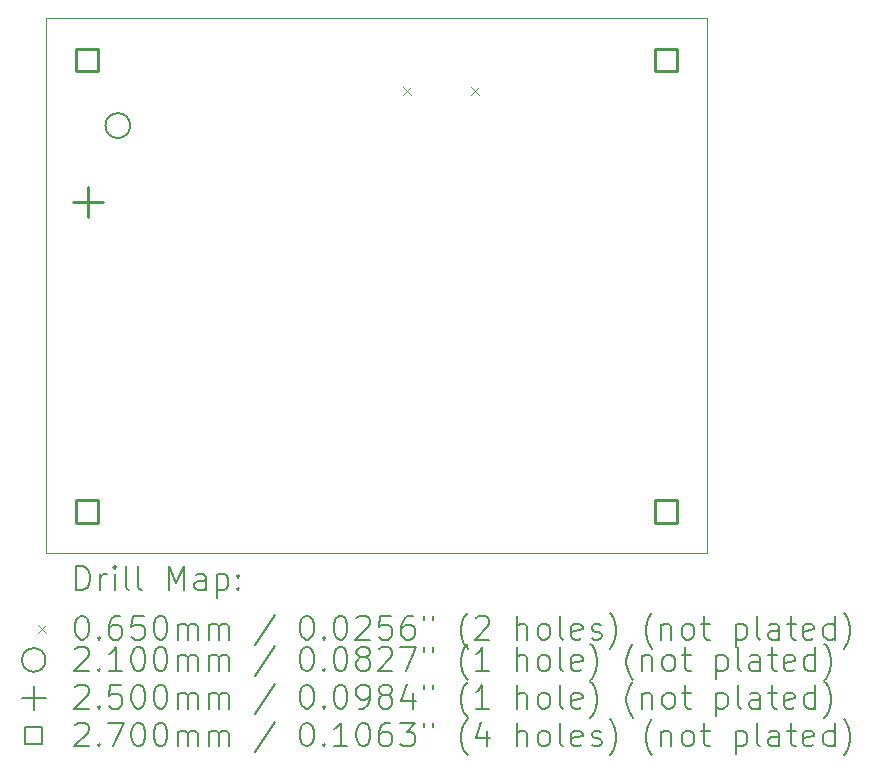
<source format=gbr>
%TF.GenerationSoftware,KiCad,Pcbnew,7.0.8*%
%TF.CreationDate,2023-10-01T21:37:42-07:00*%
%TF.ProjectId,babelfish,62616265-6c66-4697-9368-2e6b69636164,REV1*%
%TF.SameCoordinates,Original*%
%TF.FileFunction,Drillmap*%
%TF.FilePolarity,Positive*%
%FSLAX45Y45*%
G04 Gerber Fmt 4.5, Leading zero omitted, Abs format (unit mm)*
G04 Created by KiCad (PCBNEW 7.0.8) date 2023-10-01 21:37:42*
%MOMM*%
%LPD*%
G01*
G04 APERTURE LIST*
%ADD10C,0.050000*%
%ADD11C,0.200000*%
%ADD12C,0.064998*%
%ADD13C,0.210000*%
%ADD14C,0.250000*%
%ADD15C,0.270000*%
G04 APERTURE END LIST*
D10*
X8225000Y-6950000D02*
X13825000Y-6950000D01*
X13825000Y-11475000D01*
X8225000Y-11475000D01*
X8225000Y-6950000D01*
D11*
D12*
X11249045Y-7534422D02*
X11314043Y-7599421D01*
X11314043Y-7534422D02*
X11249045Y-7599421D01*
X11828039Y-7534422D02*
X11893038Y-7599421D01*
X11893038Y-7534422D02*
X11828039Y-7599421D01*
D13*
X8939000Y-7857000D02*
G75*
G03*
X8939000Y-7857000I-105000J0D01*
G01*
D14*
X8580000Y-8379000D02*
X8580000Y-8629000D01*
X8455000Y-8504000D02*
X8705000Y-8504000D01*
D15*
X8670460Y-7395460D02*
X8670460Y-7204540D01*
X8479540Y-7204540D01*
X8479540Y-7395460D01*
X8670460Y-7395460D01*
X8670460Y-11220460D02*
X8670460Y-11029540D01*
X8479540Y-11029540D01*
X8479540Y-11220460D01*
X8670460Y-11220460D01*
X13570460Y-7395460D02*
X13570460Y-7204540D01*
X13379540Y-7204540D01*
X13379540Y-7395460D01*
X13570460Y-7395460D01*
X13570460Y-11220460D02*
X13570460Y-11029540D01*
X13379540Y-11029540D01*
X13379540Y-11220460D01*
X13570460Y-11220460D01*
D11*
X8483277Y-11788984D02*
X8483277Y-11588984D01*
X8483277Y-11588984D02*
X8530896Y-11588984D01*
X8530896Y-11588984D02*
X8559467Y-11598508D01*
X8559467Y-11598508D02*
X8578515Y-11617555D01*
X8578515Y-11617555D02*
X8588039Y-11636603D01*
X8588039Y-11636603D02*
X8597563Y-11674698D01*
X8597563Y-11674698D02*
X8597563Y-11703269D01*
X8597563Y-11703269D02*
X8588039Y-11741365D01*
X8588039Y-11741365D02*
X8578515Y-11760412D01*
X8578515Y-11760412D02*
X8559467Y-11779460D01*
X8559467Y-11779460D02*
X8530896Y-11788984D01*
X8530896Y-11788984D02*
X8483277Y-11788984D01*
X8683277Y-11788984D02*
X8683277Y-11655650D01*
X8683277Y-11693746D02*
X8692801Y-11674698D01*
X8692801Y-11674698D02*
X8702324Y-11665174D01*
X8702324Y-11665174D02*
X8721372Y-11655650D01*
X8721372Y-11655650D02*
X8740420Y-11655650D01*
X8807086Y-11788984D02*
X8807086Y-11655650D01*
X8807086Y-11588984D02*
X8797563Y-11598508D01*
X8797563Y-11598508D02*
X8807086Y-11608031D01*
X8807086Y-11608031D02*
X8816610Y-11598508D01*
X8816610Y-11598508D02*
X8807086Y-11588984D01*
X8807086Y-11588984D02*
X8807086Y-11608031D01*
X8930896Y-11788984D02*
X8911848Y-11779460D01*
X8911848Y-11779460D02*
X8902324Y-11760412D01*
X8902324Y-11760412D02*
X8902324Y-11588984D01*
X9035658Y-11788984D02*
X9016610Y-11779460D01*
X9016610Y-11779460D02*
X9007086Y-11760412D01*
X9007086Y-11760412D02*
X9007086Y-11588984D01*
X9264229Y-11788984D02*
X9264229Y-11588984D01*
X9264229Y-11588984D02*
X9330896Y-11731841D01*
X9330896Y-11731841D02*
X9397563Y-11588984D01*
X9397563Y-11588984D02*
X9397563Y-11788984D01*
X9578515Y-11788984D02*
X9578515Y-11684222D01*
X9578515Y-11684222D02*
X9568991Y-11665174D01*
X9568991Y-11665174D02*
X9549944Y-11655650D01*
X9549944Y-11655650D02*
X9511848Y-11655650D01*
X9511848Y-11655650D02*
X9492801Y-11665174D01*
X9578515Y-11779460D02*
X9559467Y-11788984D01*
X9559467Y-11788984D02*
X9511848Y-11788984D01*
X9511848Y-11788984D02*
X9492801Y-11779460D01*
X9492801Y-11779460D02*
X9483277Y-11760412D01*
X9483277Y-11760412D02*
X9483277Y-11741365D01*
X9483277Y-11741365D02*
X9492801Y-11722317D01*
X9492801Y-11722317D02*
X9511848Y-11712793D01*
X9511848Y-11712793D02*
X9559467Y-11712793D01*
X9559467Y-11712793D02*
X9578515Y-11703269D01*
X9673753Y-11655650D02*
X9673753Y-11855650D01*
X9673753Y-11665174D02*
X9692801Y-11655650D01*
X9692801Y-11655650D02*
X9730896Y-11655650D01*
X9730896Y-11655650D02*
X9749944Y-11665174D01*
X9749944Y-11665174D02*
X9759467Y-11674698D01*
X9759467Y-11674698D02*
X9768991Y-11693746D01*
X9768991Y-11693746D02*
X9768991Y-11750888D01*
X9768991Y-11750888D02*
X9759467Y-11769936D01*
X9759467Y-11769936D02*
X9749944Y-11779460D01*
X9749944Y-11779460D02*
X9730896Y-11788984D01*
X9730896Y-11788984D02*
X9692801Y-11788984D01*
X9692801Y-11788984D02*
X9673753Y-11779460D01*
X9854705Y-11769936D02*
X9864229Y-11779460D01*
X9864229Y-11779460D02*
X9854705Y-11788984D01*
X9854705Y-11788984D02*
X9845182Y-11779460D01*
X9845182Y-11779460D02*
X9854705Y-11769936D01*
X9854705Y-11769936D02*
X9854705Y-11788984D01*
X9854705Y-11665174D02*
X9864229Y-11674698D01*
X9864229Y-11674698D02*
X9854705Y-11684222D01*
X9854705Y-11684222D02*
X9845182Y-11674698D01*
X9845182Y-11674698D02*
X9854705Y-11665174D01*
X9854705Y-11665174D02*
X9854705Y-11684222D01*
D12*
X8157501Y-12085001D02*
X8222500Y-12149999D01*
X8222500Y-12085001D02*
X8157501Y-12149999D01*
D11*
X8521372Y-12008984D02*
X8540420Y-12008984D01*
X8540420Y-12008984D02*
X8559467Y-12018508D01*
X8559467Y-12018508D02*
X8568991Y-12028031D01*
X8568991Y-12028031D02*
X8578515Y-12047079D01*
X8578515Y-12047079D02*
X8588039Y-12085174D01*
X8588039Y-12085174D02*
X8588039Y-12132793D01*
X8588039Y-12132793D02*
X8578515Y-12170888D01*
X8578515Y-12170888D02*
X8568991Y-12189936D01*
X8568991Y-12189936D02*
X8559467Y-12199460D01*
X8559467Y-12199460D02*
X8540420Y-12208984D01*
X8540420Y-12208984D02*
X8521372Y-12208984D01*
X8521372Y-12208984D02*
X8502324Y-12199460D01*
X8502324Y-12199460D02*
X8492801Y-12189936D01*
X8492801Y-12189936D02*
X8483277Y-12170888D01*
X8483277Y-12170888D02*
X8473753Y-12132793D01*
X8473753Y-12132793D02*
X8473753Y-12085174D01*
X8473753Y-12085174D02*
X8483277Y-12047079D01*
X8483277Y-12047079D02*
X8492801Y-12028031D01*
X8492801Y-12028031D02*
X8502324Y-12018508D01*
X8502324Y-12018508D02*
X8521372Y-12008984D01*
X8673753Y-12189936D02*
X8683277Y-12199460D01*
X8683277Y-12199460D02*
X8673753Y-12208984D01*
X8673753Y-12208984D02*
X8664229Y-12199460D01*
X8664229Y-12199460D02*
X8673753Y-12189936D01*
X8673753Y-12189936D02*
X8673753Y-12208984D01*
X8854705Y-12008984D02*
X8816610Y-12008984D01*
X8816610Y-12008984D02*
X8797563Y-12018508D01*
X8797563Y-12018508D02*
X8788039Y-12028031D01*
X8788039Y-12028031D02*
X8768991Y-12056603D01*
X8768991Y-12056603D02*
X8759467Y-12094698D01*
X8759467Y-12094698D02*
X8759467Y-12170888D01*
X8759467Y-12170888D02*
X8768991Y-12189936D01*
X8768991Y-12189936D02*
X8778515Y-12199460D01*
X8778515Y-12199460D02*
X8797563Y-12208984D01*
X8797563Y-12208984D02*
X8835658Y-12208984D01*
X8835658Y-12208984D02*
X8854705Y-12199460D01*
X8854705Y-12199460D02*
X8864229Y-12189936D01*
X8864229Y-12189936D02*
X8873753Y-12170888D01*
X8873753Y-12170888D02*
X8873753Y-12123269D01*
X8873753Y-12123269D02*
X8864229Y-12104222D01*
X8864229Y-12104222D02*
X8854705Y-12094698D01*
X8854705Y-12094698D02*
X8835658Y-12085174D01*
X8835658Y-12085174D02*
X8797563Y-12085174D01*
X8797563Y-12085174D02*
X8778515Y-12094698D01*
X8778515Y-12094698D02*
X8768991Y-12104222D01*
X8768991Y-12104222D02*
X8759467Y-12123269D01*
X9054705Y-12008984D02*
X8959467Y-12008984D01*
X8959467Y-12008984D02*
X8949944Y-12104222D01*
X8949944Y-12104222D02*
X8959467Y-12094698D01*
X8959467Y-12094698D02*
X8978515Y-12085174D01*
X8978515Y-12085174D02*
X9026134Y-12085174D01*
X9026134Y-12085174D02*
X9045182Y-12094698D01*
X9045182Y-12094698D02*
X9054705Y-12104222D01*
X9054705Y-12104222D02*
X9064229Y-12123269D01*
X9064229Y-12123269D02*
X9064229Y-12170888D01*
X9064229Y-12170888D02*
X9054705Y-12189936D01*
X9054705Y-12189936D02*
X9045182Y-12199460D01*
X9045182Y-12199460D02*
X9026134Y-12208984D01*
X9026134Y-12208984D02*
X8978515Y-12208984D01*
X8978515Y-12208984D02*
X8959467Y-12199460D01*
X8959467Y-12199460D02*
X8949944Y-12189936D01*
X9188039Y-12008984D02*
X9207086Y-12008984D01*
X9207086Y-12008984D02*
X9226134Y-12018508D01*
X9226134Y-12018508D02*
X9235658Y-12028031D01*
X9235658Y-12028031D02*
X9245182Y-12047079D01*
X9245182Y-12047079D02*
X9254705Y-12085174D01*
X9254705Y-12085174D02*
X9254705Y-12132793D01*
X9254705Y-12132793D02*
X9245182Y-12170888D01*
X9245182Y-12170888D02*
X9235658Y-12189936D01*
X9235658Y-12189936D02*
X9226134Y-12199460D01*
X9226134Y-12199460D02*
X9207086Y-12208984D01*
X9207086Y-12208984D02*
X9188039Y-12208984D01*
X9188039Y-12208984D02*
X9168991Y-12199460D01*
X9168991Y-12199460D02*
X9159467Y-12189936D01*
X9159467Y-12189936D02*
X9149944Y-12170888D01*
X9149944Y-12170888D02*
X9140420Y-12132793D01*
X9140420Y-12132793D02*
X9140420Y-12085174D01*
X9140420Y-12085174D02*
X9149944Y-12047079D01*
X9149944Y-12047079D02*
X9159467Y-12028031D01*
X9159467Y-12028031D02*
X9168991Y-12018508D01*
X9168991Y-12018508D02*
X9188039Y-12008984D01*
X9340420Y-12208984D02*
X9340420Y-12075650D01*
X9340420Y-12094698D02*
X9349944Y-12085174D01*
X9349944Y-12085174D02*
X9368991Y-12075650D01*
X9368991Y-12075650D02*
X9397563Y-12075650D01*
X9397563Y-12075650D02*
X9416610Y-12085174D01*
X9416610Y-12085174D02*
X9426134Y-12104222D01*
X9426134Y-12104222D02*
X9426134Y-12208984D01*
X9426134Y-12104222D02*
X9435658Y-12085174D01*
X9435658Y-12085174D02*
X9454705Y-12075650D01*
X9454705Y-12075650D02*
X9483277Y-12075650D01*
X9483277Y-12075650D02*
X9502325Y-12085174D01*
X9502325Y-12085174D02*
X9511848Y-12104222D01*
X9511848Y-12104222D02*
X9511848Y-12208984D01*
X9607086Y-12208984D02*
X9607086Y-12075650D01*
X9607086Y-12094698D02*
X9616610Y-12085174D01*
X9616610Y-12085174D02*
X9635658Y-12075650D01*
X9635658Y-12075650D02*
X9664229Y-12075650D01*
X9664229Y-12075650D02*
X9683277Y-12085174D01*
X9683277Y-12085174D02*
X9692801Y-12104222D01*
X9692801Y-12104222D02*
X9692801Y-12208984D01*
X9692801Y-12104222D02*
X9702325Y-12085174D01*
X9702325Y-12085174D02*
X9721372Y-12075650D01*
X9721372Y-12075650D02*
X9749944Y-12075650D01*
X9749944Y-12075650D02*
X9768991Y-12085174D01*
X9768991Y-12085174D02*
X9778515Y-12104222D01*
X9778515Y-12104222D02*
X9778515Y-12208984D01*
X10168991Y-11999460D02*
X9997563Y-12256603D01*
X10426134Y-12008984D02*
X10445182Y-12008984D01*
X10445182Y-12008984D02*
X10464229Y-12018508D01*
X10464229Y-12018508D02*
X10473753Y-12028031D01*
X10473753Y-12028031D02*
X10483277Y-12047079D01*
X10483277Y-12047079D02*
X10492801Y-12085174D01*
X10492801Y-12085174D02*
X10492801Y-12132793D01*
X10492801Y-12132793D02*
X10483277Y-12170888D01*
X10483277Y-12170888D02*
X10473753Y-12189936D01*
X10473753Y-12189936D02*
X10464229Y-12199460D01*
X10464229Y-12199460D02*
X10445182Y-12208984D01*
X10445182Y-12208984D02*
X10426134Y-12208984D01*
X10426134Y-12208984D02*
X10407087Y-12199460D01*
X10407087Y-12199460D02*
X10397563Y-12189936D01*
X10397563Y-12189936D02*
X10388039Y-12170888D01*
X10388039Y-12170888D02*
X10378515Y-12132793D01*
X10378515Y-12132793D02*
X10378515Y-12085174D01*
X10378515Y-12085174D02*
X10388039Y-12047079D01*
X10388039Y-12047079D02*
X10397563Y-12028031D01*
X10397563Y-12028031D02*
X10407087Y-12018508D01*
X10407087Y-12018508D02*
X10426134Y-12008984D01*
X10578515Y-12189936D02*
X10588039Y-12199460D01*
X10588039Y-12199460D02*
X10578515Y-12208984D01*
X10578515Y-12208984D02*
X10568991Y-12199460D01*
X10568991Y-12199460D02*
X10578515Y-12189936D01*
X10578515Y-12189936D02*
X10578515Y-12208984D01*
X10711848Y-12008984D02*
X10730896Y-12008984D01*
X10730896Y-12008984D02*
X10749944Y-12018508D01*
X10749944Y-12018508D02*
X10759468Y-12028031D01*
X10759468Y-12028031D02*
X10768991Y-12047079D01*
X10768991Y-12047079D02*
X10778515Y-12085174D01*
X10778515Y-12085174D02*
X10778515Y-12132793D01*
X10778515Y-12132793D02*
X10768991Y-12170888D01*
X10768991Y-12170888D02*
X10759468Y-12189936D01*
X10759468Y-12189936D02*
X10749944Y-12199460D01*
X10749944Y-12199460D02*
X10730896Y-12208984D01*
X10730896Y-12208984D02*
X10711848Y-12208984D01*
X10711848Y-12208984D02*
X10692801Y-12199460D01*
X10692801Y-12199460D02*
X10683277Y-12189936D01*
X10683277Y-12189936D02*
X10673753Y-12170888D01*
X10673753Y-12170888D02*
X10664229Y-12132793D01*
X10664229Y-12132793D02*
X10664229Y-12085174D01*
X10664229Y-12085174D02*
X10673753Y-12047079D01*
X10673753Y-12047079D02*
X10683277Y-12028031D01*
X10683277Y-12028031D02*
X10692801Y-12018508D01*
X10692801Y-12018508D02*
X10711848Y-12008984D01*
X10854706Y-12028031D02*
X10864229Y-12018508D01*
X10864229Y-12018508D02*
X10883277Y-12008984D01*
X10883277Y-12008984D02*
X10930896Y-12008984D01*
X10930896Y-12008984D02*
X10949944Y-12018508D01*
X10949944Y-12018508D02*
X10959468Y-12028031D01*
X10959468Y-12028031D02*
X10968991Y-12047079D01*
X10968991Y-12047079D02*
X10968991Y-12066127D01*
X10968991Y-12066127D02*
X10959468Y-12094698D01*
X10959468Y-12094698D02*
X10845182Y-12208984D01*
X10845182Y-12208984D02*
X10968991Y-12208984D01*
X11149944Y-12008984D02*
X11054706Y-12008984D01*
X11054706Y-12008984D02*
X11045182Y-12104222D01*
X11045182Y-12104222D02*
X11054706Y-12094698D01*
X11054706Y-12094698D02*
X11073753Y-12085174D01*
X11073753Y-12085174D02*
X11121372Y-12085174D01*
X11121372Y-12085174D02*
X11140420Y-12094698D01*
X11140420Y-12094698D02*
X11149944Y-12104222D01*
X11149944Y-12104222D02*
X11159468Y-12123269D01*
X11159468Y-12123269D02*
X11159468Y-12170888D01*
X11159468Y-12170888D02*
X11149944Y-12189936D01*
X11149944Y-12189936D02*
X11140420Y-12199460D01*
X11140420Y-12199460D02*
X11121372Y-12208984D01*
X11121372Y-12208984D02*
X11073753Y-12208984D01*
X11073753Y-12208984D02*
X11054706Y-12199460D01*
X11054706Y-12199460D02*
X11045182Y-12189936D01*
X11330896Y-12008984D02*
X11292801Y-12008984D01*
X11292801Y-12008984D02*
X11273753Y-12018508D01*
X11273753Y-12018508D02*
X11264229Y-12028031D01*
X11264229Y-12028031D02*
X11245182Y-12056603D01*
X11245182Y-12056603D02*
X11235658Y-12094698D01*
X11235658Y-12094698D02*
X11235658Y-12170888D01*
X11235658Y-12170888D02*
X11245182Y-12189936D01*
X11245182Y-12189936D02*
X11254706Y-12199460D01*
X11254706Y-12199460D02*
X11273753Y-12208984D01*
X11273753Y-12208984D02*
X11311848Y-12208984D01*
X11311848Y-12208984D02*
X11330896Y-12199460D01*
X11330896Y-12199460D02*
X11340420Y-12189936D01*
X11340420Y-12189936D02*
X11349944Y-12170888D01*
X11349944Y-12170888D02*
X11349944Y-12123269D01*
X11349944Y-12123269D02*
X11340420Y-12104222D01*
X11340420Y-12104222D02*
X11330896Y-12094698D01*
X11330896Y-12094698D02*
X11311848Y-12085174D01*
X11311848Y-12085174D02*
X11273753Y-12085174D01*
X11273753Y-12085174D02*
X11254706Y-12094698D01*
X11254706Y-12094698D02*
X11245182Y-12104222D01*
X11245182Y-12104222D02*
X11235658Y-12123269D01*
X11426134Y-12008984D02*
X11426134Y-12047079D01*
X11502325Y-12008984D02*
X11502325Y-12047079D01*
X11797563Y-12285174D02*
X11788039Y-12275650D01*
X11788039Y-12275650D02*
X11768991Y-12247079D01*
X11768991Y-12247079D02*
X11759468Y-12228031D01*
X11759468Y-12228031D02*
X11749944Y-12199460D01*
X11749944Y-12199460D02*
X11740420Y-12151841D01*
X11740420Y-12151841D02*
X11740420Y-12113746D01*
X11740420Y-12113746D02*
X11749944Y-12066127D01*
X11749944Y-12066127D02*
X11759468Y-12037555D01*
X11759468Y-12037555D02*
X11768991Y-12018508D01*
X11768991Y-12018508D02*
X11788039Y-11989936D01*
X11788039Y-11989936D02*
X11797563Y-11980412D01*
X11864229Y-12028031D02*
X11873753Y-12018508D01*
X11873753Y-12018508D02*
X11892801Y-12008984D01*
X11892801Y-12008984D02*
X11940420Y-12008984D01*
X11940420Y-12008984D02*
X11959468Y-12018508D01*
X11959468Y-12018508D02*
X11968991Y-12028031D01*
X11968991Y-12028031D02*
X11978515Y-12047079D01*
X11978515Y-12047079D02*
X11978515Y-12066127D01*
X11978515Y-12066127D02*
X11968991Y-12094698D01*
X11968991Y-12094698D02*
X11854706Y-12208984D01*
X11854706Y-12208984D02*
X11978515Y-12208984D01*
X12216610Y-12208984D02*
X12216610Y-12008984D01*
X12302325Y-12208984D02*
X12302325Y-12104222D01*
X12302325Y-12104222D02*
X12292801Y-12085174D01*
X12292801Y-12085174D02*
X12273753Y-12075650D01*
X12273753Y-12075650D02*
X12245182Y-12075650D01*
X12245182Y-12075650D02*
X12226134Y-12085174D01*
X12226134Y-12085174D02*
X12216610Y-12094698D01*
X12426134Y-12208984D02*
X12407087Y-12199460D01*
X12407087Y-12199460D02*
X12397563Y-12189936D01*
X12397563Y-12189936D02*
X12388039Y-12170888D01*
X12388039Y-12170888D02*
X12388039Y-12113746D01*
X12388039Y-12113746D02*
X12397563Y-12094698D01*
X12397563Y-12094698D02*
X12407087Y-12085174D01*
X12407087Y-12085174D02*
X12426134Y-12075650D01*
X12426134Y-12075650D02*
X12454706Y-12075650D01*
X12454706Y-12075650D02*
X12473753Y-12085174D01*
X12473753Y-12085174D02*
X12483277Y-12094698D01*
X12483277Y-12094698D02*
X12492801Y-12113746D01*
X12492801Y-12113746D02*
X12492801Y-12170888D01*
X12492801Y-12170888D02*
X12483277Y-12189936D01*
X12483277Y-12189936D02*
X12473753Y-12199460D01*
X12473753Y-12199460D02*
X12454706Y-12208984D01*
X12454706Y-12208984D02*
X12426134Y-12208984D01*
X12607087Y-12208984D02*
X12588039Y-12199460D01*
X12588039Y-12199460D02*
X12578515Y-12180412D01*
X12578515Y-12180412D02*
X12578515Y-12008984D01*
X12759468Y-12199460D02*
X12740420Y-12208984D01*
X12740420Y-12208984D02*
X12702325Y-12208984D01*
X12702325Y-12208984D02*
X12683277Y-12199460D01*
X12683277Y-12199460D02*
X12673753Y-12180412D01*
X12673753Y-12180412D02*
X12673753Y-12104222D01*
X12673753Y-12104222D02*
X12683277Y-12085174D01*
X12683277Y-12085174D02*
X12702325Y-12075650D01*
X12702325Y-12075650D02*
X12740420Y-12075650D01*
X12740420Y-12075650D02*
X12759468Y-12085174D01*
X12759468Y-12085174D02*
X12768991Y-12104222D01*
X12768991Y-12104222D02*
X12768991Y-12123269D01*
X12768991Y-12123269D02*
X12673753Y-12142317D01*
X12845182Y-12199460D02*
X12864230Y-12208984D01*
X12864230Y-12208984D02*
X12902325Y-12208984D01*
X12902325Y-12208984D02*
X12921372Y-12199460D01*
X12921372Y-12199460D02*
X12930896Y-12180412D01*
X12930896Y-12180412D02*
X12930896Y-12170888D01*
X12930896Y-12170888D02*
X12921372Y-12151841D01*
X12921372Y-12151841D02*
X12902325Y-12142317D01*
X12902325Y-12142317D02*
X12873753Y-12142317D01*
X12873753Y-12142317D02*
X12854706Y-12132793D01*
X12854706Y-12132793D02*
X12845182Y-12113746D01*
X12845182Y-12113746D02*
X12845182Y-12104222D01*
X12845182Y-12104222D02*
X12854706Y-12085174D01*
X12854706Y-12085174D02*
X12873753Y-12075650D01*
X12873753Y-12075650D02*
X12902325Y-12075650D01*
X12902325Y-12075650D02*
X12921372Y-12085174D01*
X12997563Y-12285174D02*
X13007087Y-12275650D01*
X13007087Y-12275650D02*
X13026134Y-12247079D01*
X13026134Y-12247079D02*
X13035658Y-12228031D01*
X13035658Y-12228031D02*
X13045182Y-12199460D01*
X13045182Y-12199460D02*
X13054706Y-12151841D01*
X13054706Y-12151841D02*
X13054706Y-12113746D01*
X13054706Y-12113746D02*
X13045182Y-12066127D01*
X13045182Y-12066127D02*
X13035658Y-12037555D01*
X13035658Y-12037555D02*
X13026134Y-12018508D01*
X13026134Y-12018508D02*
X13007087Y-11989936D01*
X13007087Y-11989936D02*
X12997563Y-11980412D01*
X13359468Y-12285174D02*
X13349944Y-12275650D01*
X13349944Y-12275650D02*
X13330896Y-12247079D01*
X13330896Y-12247079D02*
X13321372Y-12228031D01*
X13321372Y-12228031D02*
X13311849Y-12199460D01*
X13311849Y-12199460D02*
X13302325Y-12151841D01*
X13302325Y-12151841D02*
X13302325Y-12113746D01*
X13302325Y-12113746D02*
X13311849Y-12066127D01*
X13311849Y-12066127D02*
X13321372Y-12037555D01*
X13321372Y-12037555D02*
X13330896Y-12018508D01*
X13330896Y-12018508D02*
X13349944Y-11989936D01*
X13349944Y-11989936D02*
X13359468Y-11980412D01*
X13435658Y-12075650D02*
X13435658Y-12208984D01*
X13435658Y-12094698D02*
X13445182Y-12085174D01*
X13445182Y-12085174D02*
X13464230Y-12075650D01*
X13464230Y-12075650D02*
X13492801Y-12075650D01*
X13492801Y-12075650D02*
X13511849Y-12085174D01*
X13511849Y-12085174D02*
X13521372Y-12104222D01*
X13521372Y-12104222D02*
X13521372Y-12208984D01*
X13645182Y-12208984D02*
X13626134Y-12199460D01*
X13626134Y-12199460D02*
X13616611Y-12189936D01*
X13616611Y-12189936D02*
X13607087Y-12170888D01*
X13607087Y-12170888D02*
X13607087Y-12113746D01*
X13607087Y-12113746D02*
X13616611Y-12094698D01*
X13616611Y-12094698D02*
X13626134Y-12085174D01*
X13626134Y-12085174D02*
X13645182Y-12075650D01*
X13645182Y-12075650D02*
X13673753Y-12075650D01*
X13673753Y-12075650D02*
X13692801Y-12085174D01*
X13692801Y-12085174D02*
X13702325Y-12094698D01*
X13702325Y-12094698D02*
X13711849Y-12113746D01*
X13711849Y-12113746D02*
X13711849Y-12170888D01*
X13711849Y-12170888D02*
X13702325Y-12189936D01*
X13702325Y-12189936D02*
X13692801Y-12199460D01*
X13692801Y-12199460D02*
X13673753Y-12208984D01*
X13673753Y-12208984D02*
X13645182Y-12208984D01*
X13768992Y-12075650D02*
X13845182Y-12075650D01*
X13797563Y-12008984D02*
X13797563Y-12180412D01*
X13797563Y-12180412D02*
X13807087Y-12199460D01*
X13807087Y-12199460D02*
X13826134Y-12208984D01*
X13826134Y-12208984D02*
X13845182Y-12208984D01*
X14064230Y-12075650D02*
X14064230Y-12275650D01*
X14064230Y-12085174D02*
X14083277Y-12075650D01*
X14083277Y-12075650D02*
X14121373Y-12075650D01*
X14121373Y-12075650D02*
X14140420Y-12085174D01*
X14140420Y-12085174D02*
X14149944Y-12094698D01*
X14149944Y-12094698D02*
X14159468Y-12113746D01*
X14159468Y-12113746D02*
X14159468Y-12170888D01*
X14159468Y-12170888D02*
X14149944Y-12189936D01*
X14149944Y-12189936D02*
X14140420Y-12199460D01*
X14140420Y-12199460D02*
X14121373Y-12208984D01*
X14121373Y-12208984D02*
X14083277Y-12208984D01*
X14083277Y-12208984D02*
X14064230Y-12199460D01*
X14273753Y-12208984D02*
X14254706Y-12199460D01*
X14254706Y-12199460D02*
X14245182Y-12180412D01*
X14245182Y-12180412D02*
X14245182Y-12008984D01*
X14435658Y-12208984D02*
X14435658Y-12104222D01*
X14435658Y-12104222D02*
X14426134Y-12085174D01*
X14426134Y-12085174D02*
X14407087Y-12075650D01*
X14407087Y-12075650D02*
X14368992Y-12075650D01*
X14368992Y-12075650D02*
X14349944Y-12085174D01*
X14435658Y-12199460D02*
X14416611Y-12208984D01*
X14416611Y-12208984D02*
X14368992Y-12208984D01*
X14368992Y-12208984D02*
X14349944Y-12199460D01*
X14349944Y-12199460D02*
X14340420Y-12180412D01*
X14340420Y-12180412D02*
X14340420Y-12161365D01*
X14340420Y-12161365D02*
X14349944Y-12142317D01*
X14349944Y-12142317D02*
X14368992Y-12132793D01*
X14368992Y-12132793D02*
X14416611Y-12132793D01*
X14416611Y-12132793D02*
X14435658Y-12123269D01*
X14502325Y-12075650D02*
X14578515Y-12075650D01*
X14530896Y-12008984D02*
X14530896Y-12180412D01*
X14530896Y-12180412D02*
X14540420Y-12199460D01*
X14540420Y-12199460D02*
X14559468Y-12208984D01*
X14559468Y-12208984D02*
X14578515Y-12208984D01*
X14721373Y-12199460D02*
X14702325Y-12208984D01*
X14702325Y-12208984D02*
X14664230Y-12208984D01*
X14664230Y-12208984D02*
X14645182Y-12199460D01*
X14645182Y-12199460D02*
X14635658Y-12180412D01*
X14635658Y-12180412D02*
X14635658Y-12104222D01*
X14635658Y-12104222D02*
X14645182Y-12085174D01*
X14645182Y-12085174D02*
X14664230Y-12075650D01*
X14664230Y-12075650D02*
X14702325Y-12075650D01*
X14702325Y-12075650D02*
X14721373Y-12085174D01*
X14721373Y-12085174D02*
X14730896Y-12104222D01*
X14730896Y-12104222D02*
X14730896Y-12123269D01*
X14730896Y-12123269D02*
X14635658Y-12142317D01*
X14902325Y-12208984D02*
X14902325Y-12008984D01*
X14902325Y-12199460D02*
X14883277Y-12208984D01*
X14883277Y-12208984D02*
X14845182Y-12208984D01*
X14845182Y-12208984D02*
X14826134Y-12199460D01*
X14826134Y-12199460D02*
X14816611Y-12189936D01*
X14816611Y-12189936D02*
X14807087Y-12170888D01*
X14807087Y-12170888D02*
X14807087Y-12113746D01*
X14807087Y-12113746D02*
X14816611Y-12094698D01*
X14816611Y-12094698D02*
X14826134Y-12085174D01*
X14826134Y-12085174D02*
X14845182Y-12075650D01*
X14845182Y-12075650D02*
X14883277Y-12075650D01*
X14883277Y-12075650D02*
X14902325Y-12085174D01*
X14978515Y-12285174D02*
X14988039Y-12275650D01*
X14988039Y-12275650D02*
X15007087Y-12247079D01*
X15007087Y-12247079D02*
X15016611Y-12228031D01*
X15016611Y-12228031D02*
X15026134Y-12199460D01*
X15026134Y-12199460D02*
X15035658Y-12151841D01*
X15035658Y-12151841D02*
X15035658Y-12113746D01*
X15035658Y-12113746D02*
X15026134Y-12066127D01*
X15026134Y-12066127D02*
X15016611Y-12037555D01*
X15016611Y-12037555D02*
X15007087Y-12018508D01*
X15007087Y-12018508D02*
X14988039Y-11989936D01*
X14988039Y-11989936D02*
X14978515Y-11980412D01*
X8222500Y-12381500D02*
G75*
G03*
X8222500Y-12381500I-100000J0D01*
G01*
X8473753Y-12292031D02*
X8483277Y-12282508D01*
X8483277Y-12282508D02*
X8502324Y-12272984D01*
X8502324Y-12272984D02*
X8549944Y-12272984D01*
X8549944Y-12272984D02*
X8568991Y-12282508D01*
X8568991Y-12282508D02*
X8578515Y-12292031D01*
X8578515Y-12292031D02*
X8588039Y-12311079D01*
X8588039Y-12311079D02*
X8588039Y-12330127D01*
X8588039Y-12330127D02*
X8578515Y-12358698D01*
X8578515Y-12358698D02*
X8464229Y-12472984D01*
X8464229Y-12472984D02*
X8588039Y-12472984D01*
X8673753Y-12453936D02*
X8683277Y-12463460D01*
X8683277Y-12463460D02*
X8673753Y-12472984D01*
X8673753Y-12472984D02*
X8664229Y-12463460D01*
X8664229Y-12463460D02*
X8673753Y-12453936D01*
X8673753Y-12453936D02*
X8673753Y-12472984D01*
X8873753Y-12472984D02*
X8759467Y-12472984D01*
X8816610Y-12472984D02*
X8816610Y-12272984D01*
X8816610Y-12272984D02*
X8797563Y-12301555D01*
X8797563Y-12301555D02*
X8778515Y-12320603D01*
X8778515Y-12320603D02*
X8759467Y-12330127D01*
X8997563Y-12272984D02*
X9016610Y-12272984D01*
X9016610Y-12272984D02*
X9035658Y-12282508D01*
X9035658Y-12282508D02*
X9045182Y-12292031D01*
X9045182Y-12292031D02*
X9054705Y-12311079D01*
X9054705Y-12311079D02*
X9064229Y-12349174D01*
X9064229Y-12349174D02*
X9064229Y-12396793D01*
X9064229Y-12396793D02*
X9054705Y-12434888D01*
X9054705Y-12434888D02*
X9045182Y-12453936D01*
X9045182Y-12453936D02*
X9035658Y-12463460D01*
X9035658Y-12463460D02*
X9016610Y-12472984D01*
X9016610Y-12472984D02*
X8997563Y-12472984D01*
X8997563Y-12472984D02*
X8978515Y-12463460D01*
X8978515Y-12463460D02*
X8968991Y-12453936D01*
X8968991Y-12453936D02*
X8959467Y-12434888D01*
X8959467Y-12434888D02*
X8949944Y-12396793D01*
X8949944Y-12396793D02*
X8949944Y-12349174D01*
X8949944Y-12349174D02*
X8959467Y-12311079D01*
X8959467Y-12311079D02*
X8968991Y-12292031D01*
X8968991Y-12292031D02*
X8978515Y-12282508D01*
X8978515Y-12282508D02*
X8997563Y-12272984D01*
X9188039Y-12272984D02*
X9207086Y-12272984D01*
X9207086Y-12272984D02*
X9226134Y-12282508D01*
X9226134Y-12282508D02*
X9235658Y-12292031D01*
X9235658Y-12292031D02*
X9245182Y-12311079D01*
X9245182Y-12311079D02*
X9254705Y-12349174D01*
X9254705Y-12349174D02*
X9254705Y-12396793D01*
X9254705Y-12396793D02*
X9245182Y-12434888D01*
X9245182Y-12434888D02*
X9235658Y-12453936D01*
X9235658Y-12453936D02*
X9226134Y-12463460D01*
X9226134Y-12463460D02*
X9207086Y-12472984D01*
X9207086Y-12472984D02*
X9188039Y-12472984D01*
X9188039Y-12472984D02*
X9168991Y-12463460D01*
X9168991Y-12463460D02*
X9159467Y-12453936D01*
X9159467Y-12453936D02*
X9149944Y-12434888D01*
X9149944Y-12434888D02*
X9140420Y-12396793D01*
X9140420Y-12396793D02*
X9140420Y-12349174D01*
X9140420Y-12349174D02*
X9149944Y-12311079D01*
X9149944Y-12311079D02*
X9159467Y-12292031D01*
X9159467Y-12292031D02*
X9168991Y-12282508D01*
X9168991Y-12282508D02*
X9188039Y-12272984D01*
X9340420Y-12472984D02*
X9340420Y-12339650D01*
X9340420Y-12358698D02*
X9349944Y-12349174D01*
X9349944Y-12349174D02*
X9368991Y-12339650D01*
X9368991Y-12339650D02*
X9397563Y-12339650D01*
X9397563Y-12339650D02*
X9416610Y-12349174D01*
X9416610Y-12349174D02*
X9426134Y-12368222D01*
X9426134Y-12368222D02*
X9426134Y-12472984D01*
X9426134Y-12368222D02*
X9435658Y-12349174D01*
X9435658Y-12349174D02*
X9454705Y-12339650D01*
X9454705Y-12339650D02*
X9483277Y-12339650D01*
X9483277Y-12339650D02*
X9502325Y-12349174D01*
X9502325Y-12349174D02*
X9511848Y-12368222D01*
X9511848Y-12368222D02*
X9511848Y-12472984D01*
X9607086Y-12472984D02*
X9607086Y-12339650D01*
X9607086Y-12358698D02*
X9616610Y-12349174D01*
X9616610Y-12349174D02*
X9635658Y-12339650D01*
X9635658Y-12339650D02*
X9664229Y-12339650D01*
X9664229Y-12339650D02*
X9683277Y-12349174D01*
X9683277Y-12349174D02*
X9692801Y-12368222D01*
X9692801Y-12368222D02*
X9692801Y-12472984D01*
X9692801Y-12368222D02*
X9702325Y-12349174D01*
X9702325Y-12349174D02*
X9721372Y-12339650D01*
X9721372Y-12339650D02*
X9749944Y-12339650D01*
X9749944Y-12339650D02*
X9768991Y-12349174D01*
X9768991Y-12349174D02*
X9778515Y-12368222D01*
X9778515Y-12368222D02*
X9778515Y-12472984D01*
X10168991Y-12263460D02*
X9997563Y-12520603D01*
X10426134Y-12272984D02*
X10445182Y-12272984D01*
X10445182Y-12272984D02*
X10464229Y-12282508D01*
X10464229Y-12282508D02*
X10473753Y-12292031D01*
X10473753Y-12292031D02*
X10483277Y-12311079D01*
X10483277Y-12311079D02*
X10492801Y-12349174D01*
X10492801Y-12349174D02*
X10492801Y-12396793D01*
X10492801Y-12396793D02*
X10483277Y-12434888D01*
X10483277Y-12434888D02*
X10473753Y-12453936D01*
X10473753Y-12453936D02*
X10464229Y-12463460D01*
X10464229Y-12463460D02*
X10445182Y-12472984D01*
X10445182Y-12472984D02*
X10426134Y-12472984D01*
X10426134Y-12472984D02*
X10407087Y-12463460D01*
X10407087Y-12463460D02*
X10397563Y-12453936D01*
X10397563Y-12453936D02*
X10388039Y-12434888D01*
X10388039Y-12434888D02*
X10378515Y-12396793D01*
X10378515Y-12396793D02*
X10378515Y-12349174D01*
X10378515Y-12349174D02*
X10388039Y-12311079D01*
X10388039Y-12311079D02*
X10397563Y-12292031D01*
X10397563Y-12292031D02*
X10407087Y-12282508D01*
X10407087Y-12282508D02*
X10426134Y-12272984D01*
X10578515Y-12453936D02*
X10588039Y-12463460D01*
X10588039Y-12463460D02*
X10578515Y-12472984D01*
X10578515Y-12472984D02*
X10568991Y-12463460D01*
X10568991Y-12463460D02*
X10578515Y-12453936D01*
X10578515Y-12453936D02*
X10578515Y-12472984D01*
X10711848Y-12272984D02*
X10730896Y-12272984D01*
X10730896Y-12272984D02*
X10749944Y-12282508D01*
X10749944Y-12282508D02*
X10759468Y-12292031D01*
X10759468Y-12292031D02*
X10768991Y-12311079D01*
X10768991Y-12311079D02*
X10778515Y-12349174D01*
X10778515Y-12349174D02*
X10778515Y-12396793D01*
X10778515Y-12396793D02*
X10768991Y-12434888D01*
X10768991Y-12434888D02*
X10759468Y-12453936D01*
X10759468Y-12453936D02*
X10749944Y-12463460D01*
X10749944Y-12463460D02*
X10730896Y-12472984D01*
X10730896Y-12472984D02*
X10711848Y-12472984D01*
X10711848Y-12472984D02*
X10692801Y-12463460D01*
X10692801Y-12463460D02*
X10683277Y-12453936D01*
X10683277Y-12453936D02*
X10673753Y-12434888D01*
X10673753Y-12434888D02*
X10664229Y-12396793D01*
X10664229Y-12396793D02*
X10664229Y-12349174D01*
X10664229Y-12349174D02*
X10673753Y-12311079D01*
X10673753Y-12311079D02*
X10683277Y-12292031D01*
X10683277Y-12292031D02*
X10692801Y-12282508D01*
X10692801Y-12282508D02*
X10711848Y-12272984D01*
X10892801Y-12358698D02*
X10873753Y-12349174D01*
X10873753Y-12349174D02*
X10864229Y-12339650D01*
X10864229Y-12339650D02*
X10854706Y-12320603D01*
X10854706Y-12320603D02*
X10854706Y-12311079D01*
X10854706Y-12311079D02*
X10864229Y-12292031D01*
X10864229Y-12292031D02*
X10873753Y-12282508D01*
X10873753Y-12282508D02*
X10892801Y-12272984D01*
X10892801Y-12272984D02*
X10930896Y-12272984D01*
X10930896Y-12272984D02*
X10949944Y-12282508D01*
X10949944Y-12282508D02*
X10959468Y-12292031D01*
X10959468Y-12292031D02*
X10968991Y-12311079D01*
X10968991Y-12311079D02*
X10968991Y-12320603D01*
X10968991Y-12320603D02*
X10959468Y-12339650D01*
X10959468Y-12339650D02*
X10949944Y-12349174D01*
X10949944Y-12349174D02*
X10930896Y-12358698D01*
X10930896Y-12358698D02*
X10892801Y-12358698D01*
X10892801Y-12358698D02*
X10873753Y-12368222D01*
X10873753Y-12368222D02*
X10864229Y-12377746D01*
X10864229Y-12377746D02*
X10854706Y-12396793D01*
X10854706Y-12396793D02*
X10854706Y-12434888D01*
X10854706Y-12434888D02*
X10864229Y-12453936D01*
X10864229Y-12453936D02*
X10873753Y-12463460D01*
X10873753Y-12463460D02*
X10892801Y-12472984D01*
X10892801Y-12472984D02*
X10930896Y-12472984D01*
X10930896Y-12472984D02*
X10949944Y-12463460D01*
X10949944Y-12463460D02*
X10959468Y-12453936D01*
X10959468Y-12453936D02*
X10968991Y-12434888D01*
X10968991Y-12434888D02*
X10968991Y-12396793D01*
X10968991Y-12396793D02*
X10959468Y-12377746D01*
X10959468Y-12377746D02*
X10949944Y-12368222D01*
X10949944Y-12368222D02*
X10930896Y-12358698D01*
X11045182Y-12292031D02*
X11054706Y-12282508D01*
X11054706Y-12282508D02*
X11073753Y-12272984D01*
X11073753Y-12272984D02*
X11121372Y-12272984D01*
X11121372Y-12272984D02*
X11140420Y-12282508D01*
X11140420Y-12282508D02*
X11149944Y-12292031D01*
X11149944Y-12292031D02*
X11159468Y-12311079D01*
X11159468Y-12311079D02*
X11159468Y-12330127D01*
X11159468Y-12330127D02*
X11149944Y-12358698D01*
X11149944Y-12358698D02*
X11035658Y-12472984D01*
X11035658Y-12472984D02*
X11159468Y-12472984D01*
X11226134Y-12272984D02*
X11359467Y-12272984D01*
X11359467Y-12272984D02*
X11273753Y-12472984D01*
X11426134Y-12272984D02*
X11426134Y-12311079D01*
X11502325Y-12272984D02*
X11502325Y-12311079D01*
X11797563Y-12549174D02*
X11788039Y-12539650D01*
X11788039Y-12539650D02*
X11768991Y-12511079D01*
X11768991Y-12511079D02*
X11759468Y-12492031D01*
X11759468Y-12492031D02*
X11749944Y-12463460D01*
X11749944Y-12463460D02*
X11740420Y-12415841D01*
X11740420Y-12415841D02*
X11740420Y-12377746D01*
X11740420Y-12377746D02*
X11749944Y-12330127D01*
X11749944Y-12330127D02*
X11759468Y-12301555D01*
X11759468Y-12301555D02*
X11768991Y-12282508D01*
X11768991Y-12282508D02*
X11788039Y-12253936D01*
X11788039Y-12253936D02*
X11797563Y-12244412D01*
X11978515Y-12472984D02*
X11864229Y-12472984D01*
X11921372Y-12472984D02*
X11921372Y-12272984D01*
X11921372Y-12272984D02*
X11902325Y-12301555D01*
X11902325Y-12301555D02*
X11883277Y-12320603D01*
X11883277Y-12320603D02*
X11864229Y-12330127D01*
X12216610Y-12472984D02*
X12216610Y-12272984D01*
X12302325Y-12472984D02*
X12302325Y-12368222D01*
X12302325Y-12368222D02*
X12292801Y-12349174D01*
X12292801Y-12349174D02*
X12273753Y-12339650D01*
X12273753Y-12339650D02*
X12245182Y-12339650D01*
X12245182Y-12339650D02*
X12226134Y-12349174D01*
X12226134Y-12349174D02*
X12216610Y-12358698D01*
X12426134Y-12472984D02*
X12407087Y-12463460D01*
X12407087Y-12463460D02*
X12397563Y-12453936D01*
X12397563Y-12453936D02*
X12388039Y-12434888D01*
X12388039Y-12434888D02*
X12388039Y-12377746D01*
X12388039Y-12377746D02*
X12397563Y-12358698D01*
X12397563Y-12358698D02*
X12407087Y-12349174D01*
X12407087Y-12349174D02*
X12426134Y-12339650D01*
X12426134Y-12339650D02*
X12454706Y-12339650D01*
X12454706Y-12339650D02*
X12473753Y-12349174D01*
X12473753Y-12349174D02*
X12483277Y-12358698D01*
X12483277Y-12358698D02*
X12492801Y-12377746D01*
X12492801Y-12377746D02*
X12492801Y-12434888D01*
X12492801Y-12434888D02*
X12483277Y-12453936D01*
X12483277Y-12453936D02*
X12473753Y-12463460D01*
X12473753Y-12463460D02*
X12454706Y-12472984D01*
X12454706Y-12472984D02*
X12426134Y-12472984D01*
X12607087Y-12472984D02*
X12588039Y-12463460D01*
X12588039Y-12463460D02*
X12578515Y-12444412D01*
X12578515Y-12444412D02*
X12578515Y-12272984D01*
X12759468Y-12463460D02*
X12740420Y-12472984D01*
X12740420Y-12472984D02*
X12702325Y-12472984D01*
X12702325Y-12472984D02*
X12683277Y-12463460D01*
X12683277Y-12463460D02*
X12673753Y-12444412D01*
X12673753Y-12444412D02*
X12673753Y-12368222D01*
X12673753Y-12368222D02*
X12683277Y-12349174D01*
X12683277Y-12349174D02*
X12702325Y-12339650D01*
X12702325Y-12339650D02*
X12740420Y-12339650D01*
X12740420Y-12339650D02*
X12759468Y-12349174D01*
X12759468Y-12349174D02*
X12768991Y-12368222D01*
X12768991Y-12368222D02*
X12768991Y-12387269D01*
X12768991Y-12387269D02*
X12673753Y-12406317D01*
X12835658Y-12549174D02*
X12845182Y-12539650D01*
X12845182Y-12539650D02*
X12864230Y-12511079D01*
X12864230Y-12511079D02*
X12873753Y-12492031D01*
X12873753Y-12492031D02*
X12883277Y-12463460D01*
X12883277Y-12463460D02*
X12892801Y-12415841D01*
X12892801Y-12415841D02*
X12892801Y-12377746D01*
X12892801Y-12377746D02*
X12883277Y-12330127D01*
X12883277Y-12330127D02*
X12873753Y-12301555D01*
X12873753Y-12301555D02*
X12864230Y-12282508D01*
X12864230Y-12282508D02*
X12845182Y-12253936D01*
X12845182Y-12253936D02*
X12835658Y-12244412D01*
X13197563Y-12549174D02*
X13188039Y-12539650D01*
X13188039Y-12539650D02*
X13168991Y-12511079D01*
X13168991Y-12511079D02*
X13159468Y-12492031D01*
X13159468Y-12492031D02*
X13149944Y-12463460D01*
X13149944Y-12463460D02*
X13140420Y-12415841D01*
X13140420Y-12415841D02*
X13140420Y-12377746D01*
X13140420Y-12377746D02*
X13149944Y-12330127D01*
X13149944Y-12330127D02*
X13159468Y-12301555D01*
X13159468Y-12301555D02*
X13168991Y-12282508D01*
X13168991Y-12282508D02*
X13188039Y-12253936D01*
X13188039Y-12253936D02*
X13197563Y-12244412D01*
X13273753Y-12339650D02*
X13273753Y-12472984D01*
X13273753Y-12358698D02*
X13283277Y-12349174D01*
X13283277Y-12349174D02*
X13302325Y-12339650D01*
X13302325Y-12339650D02*
X13330896Y-12339650D01*
X13330896Y-12339650D02*
X13349944Y-12349174D01*
X13349944Y-12349174D02*
X13359468Y-12368222D01*
X13359468Y-12368222D02*
X13359468Y-12472984D01*
X13483277Y-12472984D02*
X13464230Y-12463460D01*
X13464230Y-12463460D02*
X13454706Y-12453936D01*
X13454706Y-12453936D02*
X13445182Y-12434888D01*
X13445182Y-12434888D02*
X13445182Y-12377746D01*
X13445182Y-12377746D02*
X13454706Y-12358698D01*
X13454706Y-12358698D02*
X13464230Y-12349174D01*
X13464230Y-12349174D02*
X13483277Y-12339650D01*
X13483277Y-12339650D02*
X13511849Y-12339650D01*
X13511849Y-12339650D02*
X13530896Y-12349174D01*
X13530896Y-12349174D02*
X13540420Y-12358698D01*
X13540420Y-12358698D02*
X13549944Y-12377746D01*
X13549944Y-12377746D02*
X13549944Y-12434888D01*
X13549944Y-12434888D02*
X13540420Y-12453936D01*
X13540420Y-12453936D02*
X13530896Y-12463460D01*
X13530896Y-12463460D02*
X13511849Y-12472984D01*
X13511849Y-12472984D02*
X13483277Y-12472984D01*
X13607087Y-12339650D02*
X13683277Y-12339650D01*
X13635658Y-12272984D02*
X13635658Y-12444412D01*
X13635658Y-12444412D02*
X13645182Y-12463460D01*
X13645182Y-12463460D02*
X13664230Y-12472984D01*
X13664230Y-12472984D02*
X13683277Y-12472984D01*
X13902325Y-12339650D02*
X13902325Y-12539650D01*
X13902325Y-12349174D02*
X13921372Y-12339650D01*
X13921372Y-12339650D02*
X13959468Y-12339650D01*
X13959468Y-12339650D02*
X13978515Y-12349174D01*
X13978515Y-12349174D02*
X13988039Y-12358698D01*
X13988039Y-12358698D02*
X13997563Y-12377746D01*
X13997563Y-12377746D02*
X13997563Y-12434888D01*
X13997563Y-12434888D02*
X13988039Y-12453936D01*
X13988039Y-12453936D02*
X13978515Y-12463460D01*
X13978515Y-12463460D02*
X13959468Y-12472984D01*
X13959468Y-12472984D02*
X13921372Y-12472984D01*
X13921372Y-12472984D02*
X13902325Y-12463460D01*
X14111849Y-12472984D02*
X14092801Y-12463460D01*
X14092801Y-12463460D02*
X14083277Y-12444412D01*
X14083277Y-12444412D02*
X14083277Y-12272984D01*
X14273753Y-12472984D02*
X14273753Y-12368222D01*
X14273753Y-12368222D02*
X14264230Y-12349174D01*
X14264230Y-12349174D02*
X14245182Y-12339650D01*
X14245182Y-12339650D02*
X14207087Y-12339650D01*
X14207087Y-12339650D02*
X14188039Y-12349174D01*
X14273753Y-12463460D02*
X14254706Y-12472984D01*
X14254706Y-12472984D02*
X14207087Y-12472984D01*
X14207087Y-12472984D02*
X14188039Y-12463460D01*
X14188039Y-12463460D02*
X14178515Y-12444412D01*
X14178515Y-12444412D02*
X14178515Y-12425365D01*
X14178515Y-12425365D02*
X14188039Y-12406317D01*
X14188039Y-12406317D02*
X14207087Y-12396793D01*
X14207087Y-12396793D02*
X14254706Y-12396793D01*
X14254706Y-12396793D02*
X14273753Y-12387269D01*
X14340420Y-12339650D02*
X14416611Y-12339650D01*
X14368992Y-12272984D02*
X14368992Y-12444412D01*
X14368992Y-12444412D02*
X14378515Y-12463460D01*
X14378515Y-12463460D02*
X14397563Y-12472984D01*
X14397563Y-12472984D02*
X14416611Y-12472984D01*
X14559468Y-12463460D02*
X14540420Y-12472984D01*
X14540420Y-12472984D02*
X14502325Y-12472984D01*
X14502325Y-12472984D02*
X14483277Y-12463460D01*
X14483277Y-12463460D02*
X14473753Y-12444412D01*
X14473753Y-12444412D02*
X14473753Y-12368222D01*
X14473753Y-12368222D02*
X14483277Y-12349174D01*
X14483277Y-12349174D02*
X14502325Y-12339650D01*
X14502325Y-12339650D02*
X14540420Y-12339650D01*
X14540420Y-12339650D02*
X14559468Y-12349174D01*
X14559468Y-12349174D02*
X14568992Y-12368222D01*
X14568992Y-12368222D02*
X14568992Y-12387269D01*
X14568992Y-12387269D02*
X14473753Y-12406317D01*
X14740420Y-12472984D02*
X14740420Y-12272984D01*
X14740420Y-12463460D02*
X14721373Y-12472984D01*
X14721373Y-12472984D02*
X14683277Y-12472984D01*
X14683277Y-12472984D02*
X14664230Y-12463460D01*
X14664230Y-12463460D02*
X14654706Y-12453936D01*
X14654706Y-12453936D02*
X14645182Y-12434888D01*
X14645182Y-12434888D02*
X14645182Y-12377746D01*
X14645182Y-12377746D02*
X14654706Y-12358698D01*
X14654706Y-12358698D02*
X14664230Y-12349174D01*
X14664230Y-12349174D02*
X14683277Y-12339650D01*
X14683277Y-12339650D02*
X14721373Y-12339650D01*
X14721373Y-12339650D02*
X14740420Y-12349174D01*
X14816611Y-12549174D02*
X14826134Y-12539650D01*
X14826134Y-12539650D02*
X14845182Y-12511079D01*
X14845182Y-12511079D02*
X14854706Y-12492031D01*
X14854706Y-12492031D02*
X14864230Y-12463460D01*
X14864230Y-12463460D02*
X14873753Y-12415841D01*
X14873753Y-12415841D02*
X14873753Y-12377746D01*
X14873753Y-12377746D02*
X14864230Y-12330127D01*
X14864230Y-12330127D02*
X14854706Y-12301555D01*
X14854706Y-12301555D02*
X14845182Y-12282508D01*
X14845182Y-12282508D02*
X14826134Y-12253936D01*
X14826134Y-12253936D02*
X14816611Y-12244412D01*
X8122500Y-12601500D02*
X8122500Y-12801500D01*
X8022500Y-12701500D02*
X8222500Y-12701500D01*
X8473753Y-12612031D02*
X8483277Y-12602508D01*
X8483277Y-12602508D02*
X8502324Y-12592984D01*
X8502324Y-12592984D02*
X8549944Y-12592984D01*
X8549944Y-12592984D02*
X8568991Y-12602508D01*
X8568991Y-12602508D02*
X8578515Y-12612031D01*
X8578515Y-12612031D02*
X8588039Y-12631079D01*
X8588039Y-12631079D02*
X8588039Y-12650127D01*
X8588039Y-12650127D02*
X8578515Y-12678698D01*
X8578515Y-12678698D02*
X8464229Y-12792984D01*
X8464229Y-12792984D02*
X8588039Y-12792984D01*
X8673753Y-12773936D02*
X8683277Y-12783460D01*
X8683277Y-12783460D02*
X8673753Y-12792984D01*
X8673753Y-12792984D02*
X8664229Y-12783460D01*
X8664229Y-12783460D02*
X8673753Y-12773936D01*
X8673753Y-12773936D02*
X8673753Y-12792984D01*
X8864229Y-12592984D02*
X8768991Y-12592984D01*
X8768991Y-12592984D02*
X8759467Y-12688222D01*
X8759467Y-12688222D02*
X8768991Y-12678698D01*
X8768991Y-12678698D02*
X8788039Y-12669174D01*
X8788039Y-12669174D02*
X8835658Y-12669174D01*
X8835658Y-12669174D02*
X8854705Y-12678698D01*
X8854705Y-12678698D02*
X8864229Y-12688222D01*
X8864229Y-12688222D02*
X8873753Y-12707269D01*
X8873753Y-12707269D02*
X8873753Y-12754888D01*
X8873753Y-12754888D02*
X8864229Y-12773936D01*
X8864229Y-12773936D02*
X8854705Y-12783460D01*
X8854705Y-12783460D02*
X8835658Y-12792984D01*
X8835658Y-12792984D02*
X8788039Y-12792984D01*
X8788039Y-12792984D02*
X8768991Y-12783460D01*
X8768991Y-12783460D02*
X8759467Y-12773936D01*
X8997563Y-12592984D02*
X9016610Y-12592984D01*
X9016610Y-12592984D02*
X9035658Y-12602508D01*
X9035658Y-12602508D02*
X9045182Y-12612031D01*
X9045182Y-12612031D02*
X9054705Y-12631079D01*
X9054705Y-12631079D02*
X9064229Y-12669174D01*
X9064229Y-12669174D02*
X9064229Y-12716793D01*
X9064229Y-12716793D02*
X9054705Y-12754888D01*
X9054705Y-12754888D02*
X9045182Y-12773936D01*
X9045182Y-12773936D02*
X9035658Y-12783460D01*
X9035658Y-12783460D02*
X9016610Y-12792984D01*
X9016610Y-12792984D02*
X8997563Y-12792984D01*
X8997563Y-12792984D02*
X8978515Y-12783460D01*
X8978515Y-12783460D02*
X8968991Y-12773936D01*
X8968991Y-12773936D02*
X8959467Y-12754888D01*
X8959467Y-12754888D02*
X8949944Y-12716793D01*
X8949944Y-12716793D02*
X8949944Y-12669174D01*
X8949944Y-12669174D02*
X8959467Y-12631079D01*
X8959467Y-12631079D02*
X8968991Y-12612031D01*
X8968991Y-12612031D02*
X8978515Y-12602508D01*
X8978515Y-12602508D02*
X8997563Y-12592984D01*
X9188039Y-12592984D02*
X9207086Y-12592984D01*
X9207086Y-12592984D02*
X9226134Y-12602508D01*
X9226134Y-12602508D02*
X9235658Y-12612031D01*
X9235658Y-12612031D02*
X9245182Y-12631079D01*
X9245182Y-12631079D02*
X9254705Y-12669174D01*
X9254705Y-12669174D02*
X9254705Y-12716793D01*
X9254705Y-12716793D02*
X9245182Y-12754888D01*
X9245182Y-12754888D02*
X9235658Y-12773936D01*
X9235658Y-12773936D02*
X9226134Y-12783460D01*
X9226134Y-12783460D02*
X9207086Y-12792984D01*
X9207086Y-12792984D02*
X9188039Y-12792984D01*
X9188039Y-12792984D02*
X9168991Y-12783460D01*
X9168991Y-12783460D02*
X9159467Y-12773936D01*
X9159467Y-12773936D02*
X9149944Y-12754888D01*
X9149944Y-12754888D02*
X9140420Y-12716793D01*
X9140420Y-12716793D02*
X9140420Y-12669174D01*
X9140420Y-12669174D02*
X9149944Y-12631079D01*
X9149944Y-12631079D02*
X9159467Y-12612031D01*
X9159467Y-12612031D02*
X9168991Y-12602508D01*
X9168991Y-12602508D02*
X9188039Y-12592984D01*
X9340420Y-12792984D02*
X9340420Y-12659650D01*
X9340420Y-12678698D02*
X9349944Y-12669174D01*
X9349944Y-12669174D02*
X9368991Y-12659650D01*
X9368991Y-12659650D02*
X9397563Y-12659650D01*
X9397563Y-12659650D02*
X9416610Y-12669174D01*
X9416610Y-12669174D02*
X9426134Y-12688222D01*
X9426134Y-12688222D02*
X9426134Y-12792984D01*
X9426134Y-12688222D02*
X9435658Y-12669174D01*
X9435658Y-12669174D02*
X9454705Y-12659650D01*
X9454705Y-12659650D02*
X9483277Y-12659650D01*
X9483277Y-12659650D02*
X9502325Y-12669174D01*
X9502325Y-12669174D02*
X9511848Y-12688222D01*
X9511848Y-12688222D02*
X9511848Y-12792984D01*
X9607086Y-12792984D02*
X9607086Y-12659650D01*
X9607086Y-12678698D02*
X9616610Y-12669174D01*
X9616610Y-12669174D02*
X9635658Y-12659650D01*
X9635658Y-12659650D02*
X9664229Y-12659650D01*
X9664229Y-12659650D02*
X9683277Y-12669174D01*
X9683277Y-12669174D02*
X9692801Y-12688222D01*
X9692801Y-12688222D02*
X9692801Y-12792984D01*
X9692801Y-12688222D02*
X9702325Y-12669174D01*
X9702325Y-12669174D02*
X9721372Y-12659650D01*
X9721372Y-12659650D02*
X9749944Y-12659650D01*
X9749944Y-12659650D02*
X9768991Y-12669174D01*
X9768991Y-12669174D02*
X9778515Y-12688222D01*
X9778515Y-12688222D02*
X9778515Y-12792984D01*
X10168991Y-12583460D02*
X9997563Y-12840603D01*
X10426134Y-12592984D02*
X10445182Y-12592984D01*
X10445182Y-12592984D02*
X10464229Y-12602508D01*
X10464229Y-12602508D02*
X10473753Y-12612031D01*
X10473753Y-12612031D02*
X10483277Y-12631079D01*
X10483277Y-12631079D02*
X10492801Y-12669174D01*
X10492801Y-12669174D02*
X10492801Y-12716793D01*
X10492801Y-12716793D02*
X10483277Y-12754888D01*
X10483277Y-12754888D02*
X10473753Y-12773936D01*
X10473753Y-12773936D02*
X10464229Y-12783460D01*
X10464229Y-12783460D02*
X10445182Y-12792984D01*
X10445182Y-12792984D02*
X10426134Y-12792984D01*
X10426134Y-12792984D02*
X10407087Y-12783460D01*
X10407087Y-12783460D02*
X10397563Y-12773936D01*
X10397563Y-12773936D02*
X10388039Y-12754888D01*
X10388039Y-12754888D02*
X10378515Y-12716793D01*
X10378515Y-12716793D02*
X10378515Y-12669174D01*
X10378515Y-12669174D02*
X10388039Y-12631079D01*
X10388039Y-12631079D02*
X10397563Y-12612031D01*
X10397563Y-12612031D02*
X10407087Y-12602508D01*
X10407087Y-12602508D02*
X10426134Y-12592984D01*
X10578515Y-12773936D02*
X10588039Y-12783460D01*
X10588039Y-12783460D02*
X10578515Y-12792984D01*
X10578515Y-12792984D02*
X10568991Y-12783460D01*
X10568991Y-12783460D02*
X10578515Y-12773936D01*
X10578515Y-12773936D02*
X10578515Y-12792984D01*
X10711848Y-12592984D02*
X10730896Y-12592984D01*
X10730896Y-12592984D02*
X10749944Y-12602508D01*
X10749944Y-12602508D02*
X10759468Y-12612031D01*
X10759468Y-12612031D02*
X10768991Y-12631079D01*
X10768991Y-12631079D02*
X10778515Y-12669174D01*
X10778515Y-12669174D02*
X10778515Y-12716793D01*
X10778515Y-12716793D02*
X10768991Y-12754888D01*
X10768991Y-12754888D02*
X10759468Y-12773936D01*
X10759468Y-12773936D02*
X10749944Y-12783460D01*
X10749944Y-12783460D02*
X10730896Y-12792984D01*
X10730896Y-12792984D02*
X10711848Y-12792984D01*
X10711848Y-12792984D02*
X10692801Y-12783460D01*
X10692801Y-12783460D02*
X10683277Y-12773936D01*
X10683277Y-12773936D02*
X10673753Y-12754888D01*
X10673753Y-12754888D02*
X10664229Y-12716793D01*
X10664229Y-12716793D02*
X10664229Y-12669174D01*
X10664229Y-12669174D02*
X10673753Y-12631079D01*
X10673753Y-12631079D02*
X10683277Y-12612031D01*
X10683277Y-12612031D02*
X10692801Y-12602508D01*
X10692801Y-12602508D02*
X10711848Y-12592984D01*
X10873753Y-12792984D02*
X10911848Y-12792984D01*
X10911848Y-12792984D02*
X10930896Y-12783460D01*
X10930896Y-12783460D02*
X10940420Y-12773936D01*
X10940420Y-12773936D02*
X10959468Y-12745365D01*
X10959468Y-12745365D02*
X10968991Y-12707269D01*
X10968991Y-12707269D02*
X10968991Y-12631079D01*
X10968991Y-12631079D02*
X10959468Y-12612031D01*
X10959468Y-12612031D02*
X10949944Y-12602508D01*
X10949944Y-12602508D02*
X10930896Y-12592984D01*
X10930896Y-12592984D02*
X10892801Y-12592984D01*
X10892801Y-12592984D02*
X10873753Y-12602508D01*
X10873753Y-12602508D02*
X10864229Y-12612031D01*
X10864229Y-12612031D02*
X10854706Y-12631079D01*
X10854706Y-12631079D02*
X10854706Y-12678698D01*
X10854706Y-12678698D02*
X10864229Y-12697746D01*
X10864229Y-12697746D02*
X10873753Y-12707269D01*
X10873753Y-12707269D02*
X10892801Y-12716793D01*
X10892801Y-12716793D02*
X10930896Y-12716793D01*
X10930896Y-12716793D02*
X10949944Y-12707269D01*
X10949944Y-12707269D02*
X10959468Y-12697746D01*
X10959468Y-12697746D02*
X10968991Y-12678698D01*
X11083277Y-12678698D02*
X11064229Y-12669174D01*
X11064229Y-12669174D02*
X11054706Y-12659650D01*
X11054706Y-12659650D02*
X11045182Y-12640603D01*
X11045182Y-12640603D02*
X11045182Y-12631079D01*
X11045182Y-12631079D02*
X11054706Y-12612031D01*
X11054706Y-12612031D02*
X11064229Y-12602508D01*
X11064229Y-12602508D02*
X11083277Y-12592984D01*
X11083277Y-12592984D02*
X11121372Y-12592984D01*
X11121372Y-12592984D02*
X11140420Y-12602508D01*
X11140420Y-12602508D02*
X11149944Y-12612031D01*
X11149944Y-12612031D02*
X11159468Y-12631079D01*
X11159468Y-12631079D02*
X11159468Y-12640603D01*
X11159468Y-12640603D02*
X11149944Y-12659650D01*
X11149944Y-12659650D02*
X11140420Y-12669174D01*
X11140420Y-12669174D02*
X11121372Y-12678698D01*
X11121372Y-12678698D02*
X11083277Y-12678698D01*
X11083277Y-12678698D02*
X11064229Y-12688222D01*
X11064229Y-12688222D02*
X11054706Y-12697746D01*
X11054706Y-12697746D02*
X11045182Y-12716793D01*
X11045182Y-12716793D02*
X11045182Y-12754888D01*
X11045182Y-12754888D02*
X11054706Y-12773936D01*
X11054706Y-12773936D02*
X11064229Y-12783460D01*
X11064229Y-12783460D02*
X11083277Y-12792984D01*
X11083277Y-12792984D02*
X11121372Y-12792984D01*
X11121372Y-12792984D02*
X11140420Y-12783460D01*
X11140420Y-12783460D02*
X11149944Y-12773936D01*
X11149944Y-12773936D02*
X11159468Y-12754888D01*
X11159468Y-12754888D02*
X11159468Y-12716793D01*
X11159468Y-12716793D02*
X11149944Y-12697746D01*
X11149944Y-12697746D02*
X11140420Y-12688222D01*
X11140420Y-12688222D02*
X11121372Y-12678698D01*
X11330896Y-12659650D02*
X11330896Y-12792984D01*
X11283277Y-12583460D02*
X11235658Y-12726317D01*
X11235658Y-12726317D02*
X11359467Y-12726317D01*
X11426134Y-12592984D02*
X11426134Y-12631079D01*
X11502325Y-12592984D02*
X11502325Y-12631079D01*
X11797563Y-12869174D02*
X11788039Y-12859650D01*
X11788039Y-12859650D02*
X11768991Y-12831079D01*
X11768991Y-12831079D02*
X11759468Y-12812031D01*
X11759468Y-12812031D02*
X11749944Y-12783460D01*
X11749944Y-12783460D02*
X11740420Y-12735841D01*
X11740420Y-12735841D02*
X11740420Y-12697746D01*
X11740420Y-12697746D02*
X11749944Y-12650127D01*
X11749944Y-12650127D02*
X11759468Y-12621555D01*
X11759468Y-12621555D02*
X11768991Y-12602508D01*
X11768991Y-12602508D02*
X11788039Y-12573936D01*
X11788039Y-12573936D02*
X11797563Y-12564412D01*
X11978515Y-12792984D02*
X11864229Y-12792984D01*
X11921372Y-12792984D02*
X11921372Y-12592984D01*
X11921372Y-12592984D02*
X11902325Y-12621555D01*
X11902325Y-12621555D02*
X11883277Y-12640603D01*
X11883277Y-12640603D02*
X11864229Y-12650127D01*
X12216610Y-12792984D02*
X12216610Y-12592984D01*
X12302325Y-12792984D02*
X12302325Y-12688222D01*
X12302325Y-12688222D02*
X12292801Y-12669174D01*
X12292801Y-12669174D02*
X12273753Y-12659650D01*
X12273753Y-12659650D02*
X12245182Y-12659650D01*
X12245182Y-12659650D02*
X12226134Y-12669174D01*
X12226134Y-12669174D02*
X12216610Y-12678698D01*
X12426134Y-12792984D02*
X12407087Y-12783460D01*
X12407087Y-12783460D02*
X12397563Y-12773936D01*
X12397563Y-12773936D02*
X12388039Y-12754888D01*
X12388039Y-12754888D02*
X12388039Y-12697746D01*
X12388039Y-12697746D02*
X12397563Y-12678698D01*
X12397563Y-12678698D02*
X12407087Y-12669174D01*
X12407087Y-12669174D02*
X12426134Y-12659650D01*
X12426134Y-12659650D02*
X12454706Y-12659650D01*
X12454706Y-12659650D02*
X12473753Y-12669174D01*
X12473753Y-12669174D02*
X12483277Y-12678698D01*
X12483277Y-12678698D02*
X12492801Y-12697746D01*
X12492801Y-12697746D02*
X12492801Y-12754888D01*
X12492801Y-12754888D02*
X12483277Y-12773936D01*
X12483277Y-12773936D02*
X12473753Y-12783460D01*
X12473753Y-12783460D02*
X12454706Y-12792984D01*
X12454706Y-12792984D02*
X12426134Y-12792984D01*
X12607087Y-12792984D02*
X12588039Y-12783460D01*
X12588039Y-12783460D02*
X12578515Y-12764412D01*
X12578515Y-12764412D02*
X12578515Y-12592984D01*
X12759468Y-12783460D02*
X12740420Y-12792984D01*
X12740420Y-12792984D02*
X12702325Y-12792984D01*
X12702325Y-12792984D02*
X12683277Y-12783460D01*
X12683277Y-12783460D02*
X12673753Y-12764412D01*
X12673753Y-12764412D02*
X12673753Y-12688222D01*
X12673753Y-12688222D02*
X12683277Y-12669174D01*
X12683277Y-12669174D02*
X12702325Y-12659650D01*
X12702325Y-12659650D02*
X12740420Y-12659650D01*
X12740420Y-12659650D02*
X12759468Y-12669174D01*
X12759468Y-12669174D02*
X12768991Y-12688222D01*
X12768991Y-12688222D02*
X12768991Y-12707269D01*
X12768991Y-12707269D02*
X12673753Y-12726317D01*
X12835658Y-12869174D02*
X12845182Y-12859650D01*
X12845182Y-12859650D02*
X12864230Y-12831079D01*
X12864230Y-12831079D02*
X12873753Y-12812031D01*
X12873753Y-12812031D02*
X12883277Y-12783460D01*
X12883277Y-12783460D02*
X12892801Y-12735841D01*
X12892801Y-12735841D02*
X12892801Y-12697746D01*
X12892801Y-12697746D02*
X12883277Y-12650127D01*
X12883277Y-12650127D02*
X12873753Y-12621555D01*
X12873753Y-12621555D02*
X12864230Y-12602508D01*
X12864230Y-12602508D02*
X12845182Y-12573936D01*
X12845182Y-12573936D02*
X12835658Y-12564412D01*
X13197563Y-12869174D02*
X13188039Y-12859650D01*
X13188039Y-12859650D02*
X13168991Y-12831079D01*
X13168991Y-12831079D02*
X13159468Y-12812031D01*
X13159468Y-12812031D02*
X13149944Y-12783460D01*
X13149944Y-12783460D02*
X13140420Y-12735841D01*
X13140420Y-12735841D02*
X13140420Y-12697746D01*
X13140420Y-12697746D02*
X13149944Y-12650127D01*
X13149944Y-12650127D02*
X13159468Y-12621555D01*
X13159468Y-12621555D02*
X13168991Y-12602508D01*
X13168991Y-12602508D02*
X13188039Y-12573936D01*
X13188039Y-12573936D02*
X13197563Y-12564412D01*
X13273753Y-12659650D02*
X13273753Y-12792984D01*
X13273753Y-12678698D02*
X13283277Y-12669174D01*
X13283277Y-12669174D02*
X13302325Y-12659650D01*
X13302325Y-12659650D02*
X13330896Y-12659650D01*
X13330896Y-12659650D02*
X13349944Y-12669174D01*
X13349944Y-12669174D02*
X13359468Y-12688222D01*
X13359468Y-12688222D02*
X13359468Y-12792984D01*
X13483277Y-12792984D02*
X13464230Y-12783460D01*
X13464230Y-12783460D02*
X13454706Y-12773936D01*
X13454706Y-12773936D02*
X13445182Y-12754888D01*
X13445182Y-12754888D02*
X13445182Y-12697746D01*
X13445182Y-12697746D02*
X13454706Y-12678698D01*
X13454706Y-12678698D02*
X13464230Y-12669174D01*
X13464230Y-12669174D02*
X13483277Y-12659650D01*
X13483277Y-12659650D02*
X13511849Y-12659650D01*
X13511849Y-12659650D02*
X13530896Y-12669174D01*
X13530896Y-12669174D02*
X13540420Y-12678698D01*
X13540420Y-12678698D02*
X13549944Y-12697746D01*
X13549944Y-12697746D02*
X13549944Y-12754888D01*
X13549944Y-12754888D02*
X13540420Y-12773936D01*
X13540420Y-12773936D02*
X13530896Y-12783460D01*
X13530896Y-12783460D02*
X13511849Y-12792984D01*
X13511849Y-12792984D02*
X13483277Y-12792984D01*
X13607087Y-12659650D02*
X13683277Y-12659650D01*
X13635658Y-12592984D02*
X13635658Y-12764412D01*
X13635658Y-12764412D02*
X13645182Y-12783460D01*
X13645182Y-12783460D02*
X13664230Y-12792984D01*
X13664230Y-12792984D02*
X13683277Y-12792984D01*
X13902325Y-12659650D02*
X13902325Y-12859650D01*
X13902325Y-12669174D02*
X13921372Y-12659650D01*
X13921372Y-12659650D02*
X13959468Y-12659650D01*
X13959468Y-12659650D02*
X13978515Y-12669174D01*
X13978515Y-12669174D02*
X13988039Y-12678698D01*
X13988039Y-12678698D02*
X13997563Y-12697746D01*
X13997563Y-12697746D02*
X13997563Y-12754888D01*
X13997563Y-12754888D02*
X13988039Y-12773936D01*
X13988039Y-12773936D02*
X13978515Y-12783460D01*
X13978515Y-12783460D02*
X13959468Y-12792984D01*
X13959468Y-12792984D02*
X13921372Y-12792984D01*
X13921372Y-12792984D02*
X13902325Y-12783460D01*
X14111849Y-12792984D02*
X14092801Y-12783460D01*
X14092801Y-12783460D02*
X14083277Y-12764412D01*
X14083277Y-12764412D02*
X14083277Y-12592984D01*
X14273753Y-12792984D02*
X14273753Y-12688222D01*
X14273753Y-12688222D02*
X14264230Y-12669174D01*
X14264230Y-12669174D02*
X14245182Y-12659650D01*
X14245182Y-12659650D02*
X14207087Y-12659650D01*
X14207087Y-12659650D02*
X14188039Y-12669174D01*
X14273753Y-12783460D02*
X14254706Y-12792984D01*
X14254706Y-12792984D02*
X14207087Y-12792984D01*
X14207087Y-12792984D02*
X14188039Y-12783460D01*
X14188039Y-12783460D02*
X14178515Y-12764412D01*
X14178515Y-12764412D02*
X14178515Y-12745365D01*
X14178515Y-12745365D02*
X14188039Y-12726317D01*
X14188039Y-12726317D02*
X14207087Y-12716793D01*
X14207087Y-12716793D02*
X14254706Y-12716793D01*
X14254706Y-12716793D02*
X14273753Y-12707269D01*
X14340420Y-12659650D02*
X14416611Y-12659650D01*
X14368992Y-12592984D02*
X14368992Y-12764412D01*
X14368992Y-12764412D02*
X14378515Y-12783460D01*
X14378515Y-12783460D02*
X14397563Y-12792984D01*
X14397563Y-12792984D02*
X14416611Y-12792984D01*
X14559468Y-12783460D02*
X14540420Y-12792984D01*
X14540420Y-12792984D02*
X14502325Y-12792984D01*
X14502325Y-12792984D02*
X14483277Y-12783460D01*
X14483277Y-12783460D02*
X14473753Y-12764412D01*
X14473753Y-12764412D02*
X14473753Y-12688222D01*
X14473753Y-12688222D02*
X14483277Y-12669174D01*
X14483277Y-12669174D02*
X14502325Y-12659650D01*
X14502325Y-12659650D02*
X14540420Y-12659650D01*
X14540420Y-12659650D02*
X14559468Y-12669174D01*
X14559468Y-12669174D02*
X14568992Y-12688222D01*
X14568992Y-12688222D02*
X14568992Y-12707269D01*
X14568992Y-12707269D02*
X14473753Y-12726317D01*
X14740420Y-12792984D02*
X14740420Y-12592984D01*
X14740420Y-12783460D02*
X14721373Y-12792984D01*
X14721373Y-12792984D02*
X14683277Y-12792984D01*
X14683277Y-12792984D02*
X14664230Y-12783460D01*
X14664230Y-12783460D02*
X14654706Y-12773936D01*
X14654706Y-12773936D02*
X14645182Y-12754888D01*
X14645182Y-12754888D02*
X14645182Y-12697746D01*
X14645182Y-12697746D02*
X14654706Y-12678698D01*
X14654706Y-12678698D02*
X14664230Y-12669174D01*
X14664230Y-12669174D02*
X14683277Y-12659650D01*
X14683277Y-12659650D02*
X14721373Y-12659650D01*
X14721373Y-12659650D02*
X14740420Y-12669174D01*
X14816611Y-12869174D02*
X14826134Y-12859650D01*
X14826134Y-12859650D02*
X14845182Y-12831079D01*
X14845182Y-12831079D02*
X14854706Y-12812031D01*
X14854706Y-12812031D02*
X14864230Y-12783460D01*
X14864230Y-12783460D02*
X14873753Y-12735841D01*
X14873753Y-12735841D02*
X14873753Y-12697746D01*
X14873753Y-12697746D02*
X14864230Y-12650127D01*
X14864230Y-12650127D02*
X14854706Y-12621555D01*
X14854706Y-12621555D02*
X14845182Y-12602508D01*
X14845182Y-12602508D02*
X14826134Y-12573936D01*
X14826134Y-12573936D02*
X14816611Y-12564412D01*
X8193211Y-13092211D02*
X8193211Y-12950789D01*
X8051789Y-12950789D01*
X8051789Y-13092211D01*
X8193211Y-13092211D01*
X8473753Y-12932031D02*
X8483277Y-12922508D01*
X8483277Y-12922508D02*
X8502324Y-12912984D01*
X8502324Y-12912984D02*
X8549944Y-12912984D01*
X8549944Y-12912984D02*
X8568991Y-12922508D01*
X8568991Y-12922508D02*
X8578515Y-12932031D01*
X8578515Y-12932031D02*
X8588039Y-12951079D01*
X8588039Y-12951079D02*
X8588039Y-12970127D01*
X8588039Y-12970127D02*
X8578515Y-12998698D01*
X8578515Y-12998698D02*
X8464229Y-13112984D01*
X8464229Y-13112984D02*
X8588039Y-13112984D01*
X8673753Y-13093936D02*
X8683277Y-13103460D01*
X8683277Y-13103460D02*
X8673753Y-13112984D01*
X8673753Y-13112984D02*
X8664229Y-13103460D01*
X8664229Y-13103460D02*
X8673753Y-13093936D01*
X8673753Y-13093936D02*
X8673753Y-13112984D01*
X8749944Y-12912984D02*
X8883277Y-12912984D01*
X8883277Y-12912984D02*
X8797563Y-13112984D01*
X8997563Y-12912984D02*
X9016610Y-12912984D01*
X9016610Y-12912984D02*
X9035658Y-12922508D01*
X9035658Y-12922508D02*
X9045182Y-12932031D01*
X9045182Y-12932031D02*
X9054705Y-12951079D01*
X9054705Y-12951079D02*
X9064229Y-12989174D01*
X9064229Y-12989174D02*
X9064229Y-13036793D01*
X9064229Y-13036793D02*
X9054705Y-13074888D01*
X9054705Y-13074888D02*
X9045182Y-13093936D01*
X9045182Y-13093936D02*
X9035658Y-13103460D01*
X9035658Y-13103460D02*
X9016610Y-13112984D01*
X9016610Y-13112984D02*
X8997563Y-13112984D01*
X8997563Y-13112984D02*
X8978515Y-13103460D01*
X8978515Y-13103460D02*
X8968991Y-13093936D01*
X8968991Y-13093936D02*
X8959467Y-13074888D01*
X8959467Y-13074888D02*
X8949944Y-13036793D01*
X8949944Y-13036793D02*
X8949944Y-12989174D01*
X8949944Y-12989174D02*
X8959467Y-12951079D01*
X8959467Y-12951079D02*
X8968991Y-12932031D01*
X8968991Y-12932031D02*
X8978515Y-12922508D01*
X8978515Y-12922508D02*
X8997563Y-12912984D01*
X9188039Y-12912984D02*
X9207086Y-12912984D01*
X9207086Y-12912984D02*
X9226134Y-12922508D01*
X9226134Y-12922508D02*
X9235658Y-12932031D01*
X9235658Y-12932031D02*
X9245182Y-12951079D01*
X9245182Y-12951079D02*
X9254705Y-12989174D01*
X9254705Y-12989174D02*
X9254705Y-13036793D01*
X9254705Y-13036793D02*
X9245182Y-13074888D01*
X9245182Y-13074888D02*
X9235658Y-13093936D01*
X9235658Y-13093936D02*
X9226134Y-13103460D01*
X9226134Y-13103460D02*
X9207086Y-13112984D01*
X9207086Y-13112984D02*
X9188039Y-13112984D01*
X9188039Y-13112984D02*
X9168991Y-13103460D01*
X9168991Y-13103460D02*
X9159467Y-13093936D01*
X9159467Y-13093936D02*
X9149944Y-13074888D01*
X9149944Y-13074888D02*
X9140420Y-13036793D01*
X9140420Y-13036793D02*
X9140420Y-12989174D01*
X9140420Y-12989174D02*
X9149944Y-12951079D01*
X9149944Y-12951079D02*
X9159467Y-12932031D01*
X9159467Y-12932031D02*
X9168991Y-12922508D01*
X9168991Y-12922508D02*
X9188039Y-12912984D01*
X9340420Y-13112984D02*
X9340420Y-12979650D01*
X9340420Y-12998698D02*
X9349944Y-12989174D01*
X9349944Y-12989174D02*
X9368991Y-12979650D01*
X9368991Y-12979650D02*
X9397563Y-12979650D01*
X9397563Y-12979650D02*
X9416610Y-12989174D01*
X9416610Y-12989174D02*
X9426134Y-13008222D01*
X9426134Y-13008222D02*
X9426134Y-13112984D01*
X9426134Y-13008222D02*
X9435658Y-12989174D01*
X9435658Y-12989174D02*
X9454705Y-12979650D01*
X9454705Y-12979650D02*
X9483277Y-12979650D01*
X9483277Y-12979650D02*
X9502325Y-12989174D01*
X9502325Y-12989174D02*
X9511848Y-13008222D01*
X9511848Y-13008222D02*
X9511848Y-13112984D01*
X9607086Y-13112984D02*
X9607086Y-12979650D01*
X9607086Y-12998698D02*
X9616610Y-12989174D01*
X9616610Y-12989174D02*
X9635658Y-12979650D01*
X9635658Y-12979650D02*
X9664229Y-12979650D01*
X9664229Y-12979650D02*
X9683277Y-12989174D01*
X9683277Y-12989174D02*
X9692801Y-13008222D01*
X9692801Y-13008222D02*
X9692801Y-13112984D01*
X9692801Y-13008222D02*
X9702325Y-12989174D01*
X9702325Y-12989174D02*
X9721372Y-12979650D01*
X9721372Y-12979650D02*
X9749944Y-12979650D01*
X9749944Y-12979650D02*
X9768991Y-12989174D01*
X9768991Y-12989174D02*
X9778515Y-13008222D01*
X9778515Y-13008222D02*
X9778515Y-13112984D01*
X10168991Y-12903460D02*
X9997563Y-13160603D01*
X10426134Y-12912984D02*
X10445182Y-12912984D01*
X10445182Y-12912984D02*
X10464229Y-12922508D01*
X10464229Y-12922508D02*
X10473753Y-12932031D01*
X10473753Y-12932031D02*
X10483277Y-12951079D01*
X10483277Y-12951079D02*
X10492801Y-12989174D01*
X10492801Y-12989174D02*
X10492801Y-13036793D01*
X10492801Y-13036793D02*
X10483277Y-13074888D01*
X10483277Y-13074888D02*
X10473753Y-13093936D01*
X10473753Y-13093936D02*
X10464229Y-13103460D01*
X10464229Y-13103460D02*
X10445182Y-13112984D01*
X10445182Y-13112984D02*
X10426134Y-13112984D01*
X10426134Y-13112984D02*
X10407087Y-13103460D01*
X10407087Y-13103460D02*
X10397563Y-13093936D01*
X10397563Y-13093936D02*
X10388039Y-13074888D01*
X10388039Y-13074888D02*
X10378515Y-13036793D01*
X10378515Y-13036793D02*
X10378515Y-12989174D01*
X10378515Y-12989174D02*
X10388039Y-12951079D01*
X10388039Y-12951079D02*
X10397563Y-12932031D01*
X10397563Y-12932031D02*
X10407087Y-12922508D01*
X10407087Y-12922508D02*
X10426134Y-12912984D01*
X10578515Y-13093936D02*
X10588039Y-13103460D01*
X10588039Y-13103460D02*
X10578515Y-13112984D01*
X10578515Y-13112984D02*
X10568991Y-13103460D01*
X10568991Y-13103460D02*
X10578515Y-13093936D01*
X10578515Y-13093936D02*
X10578515Y-13112984D01*
X10778515Y-13112984D02*
X10664229Y-13112984D01*
X10721372Y-13112984D02*
X10721372Y-12912984D01*
X10721372Y-12912984D02*
X10702325Y-12941555D01*
X10702325Y-12941555D02*
X10683277Y-12960603D01*
X10683277Y-12960603D02*
X10664229Y-12970127D01*
X10902325Y-12912984D02*
X10921372Y-12912984D01*
X10921372Y-12912984D02*
X10940420Y-12922508D01*
X10940420Y-12922508D02*
X10949944Y-12932031D01*
X10949944Y-12932031D02*
X10959468Y-12951079D01*
X10959468Y-12951079D02*
X10968991Y-12989174D01*
X10968991Y-12989174D02*
X10968991Y-13036793D01*
X10968991Y-13036793D02*
X10959468Y-13074888D01*
X10959468Y-13074888D02*
X10949944Y-13093936D01*
X10949944Y-13093936D02*
X10940420Y-13103460D01*
X10940420Y-13103460D02*
X10921372Y-13112984D01*
X10921372Y-13112984D02*
X10902325Y-13112984D01*
X10902325Y-13112984D02*
X10883277Y-13103460D01*
X10883277Y-13103460D02*
X10873753Y-13093936D01*
X10873753Y-13093936D02*
X10864229Y-13074888D01*
X10864229Y-13074888D02*
X10854706Y-13036793D01*
X10854706Y-13036793D02*
X10854706Y-12989174D01*
X10854706Y-12989174D02*
X10864229Y-12951079D01*
X10864229Y-12951079D02*
X10873753Y-12932031D01*
X10873753Y-12932031D02*
X10883277Y-12922508D01*
X10883277Y-12922508D02*
X10902325Y-12912984D01*
X11140420Y-12912984D02*
X11102325Y-12912984D01*
X11102325Y-12912984D02*
X11083277Y-12922508D01*
X11083277Y-12922508D02*
X11073753Y-12932031D01*
X11073753Y-12932031D02*
X11054706Y-12960603D01*
X11054706Y-12960603D02*
X11045182Y-12998698D01*
X11045182Y-12998698D02*
X11045182Y-13074888D01*
X11045182Y-13074888D02*
X11054706Y-13093936D01*
X11054706Y-13093936D02*
X11064229Y-13103460D01*
X11064229Y-13103460D02*
X11083277Y-13112984D01*
X11083277Y-13112984D02*
X11121372Y-13112984D01*
X11121372Y-13112984D02*
X11140420Y-13103460D01*
X11140420Y-13103460D02*
X11149944Y-13093936D01*
X11149944Y-13093936D02*
X11159468Y-13074888D01*
X11159468Y-13074888D02*
X11159468Y-13027269D01*
X11159468Y-13027269D02*
X11149944Y-13008222D01*
X11149944Y-13008222D02*
X11140420Y-12998698D01*
X11140420Y-12998698D02*
X11121372Y-12989174D01*
X11121372Y-12989174D02*
X11083277Y-12989174D01*
X11083277Y-12989174D02*
X11064229Y-12998698D01*
X11064229Y-12998698D02*
X11054706Y-13008222D01*
X11054706Y-13008222D02*
X11045182Y-13027269D01*
X11226134Y-12912984D02*
X11349944Y-12912984D01*
X11349944Y-12912984D02*
X11283277Y-12989174D01*
X11283277Y-12989174D02*
X11311848Y-12989174D01*
X11311848Y-12989174D02*
X11330896Y-12998698D01*
X11330896Y-12998698D02*
X11340420Y-13008222D01*
X11340420Y-13008222D02*
X11349944Y-13027269D01*
X11349944Y-13027269D02*
X11349944Y-13074888D01*
X11349944Y-13074888D02*
X11340420Y-13093936D01*
X11340420Y-13093936D02*
X11330896Y-13103460D01*
X11330896Y-13103460D02*
X11311848Y-13112984D01*
X11311848Y-13112984D02*
X11254706Y-13112984D01*
X11254706Y-13112984D02*
X11235658Y-13103460D01*
X11235658Y-13103460D02*
X11226134Y-13093936D01*
X11426134Y-12912984D02*
X11426134Y-12951079D01*
X11502325Y-12912984D02*
X11502325Y-12951079D01*
X11797563Y-13189174D02*
X11788039Y-13179650D01*
X11788039Y-13179650D02*
X11768991Y-13151079D01*
X11768991Y-13151079D02*
X11759468Y-13132031D01*
X11759468Y-13132031D02*
X11749944Y-13103460D01*
X11749944Y-13103460D02*
X11740420Y-13055841D01*
X11740420Y-13055841D02*
X11740420Y-13017746D01*
X11740420Y-13017746D02*
X11749944Y-12970127D01*
X11749944Y-12970127D02*
X11759468Y-12941555D01*
X11759468Y-12941555D02*
X11768991Y-12922508D01*
X11768991Y-12922508D02*
X11788039Y-12893936D01*
X11788039Y-12893936D02*
X11797563Y-12884412D01*
X11959468Y-12979650D02*
X11959468Y-13112984D01*
X11911848Y-12903460D02*
X11864229Y-13046317D01*
X11864229Y-13046317D02*
X11988039Y-13046317D01*
X12216610Y-13112984D02*
X12216610Y-12912984D01*
X12302325Y-13112984D02*
X12302325Y-13008222D01*
X12302325Y-13008222D02*
X12292801Y-12989174D01*
X12292801Y-12989174D02*
X12273753Y-12979650D01*
X12273753Y-12979650D02*
X12245182Y-12979650D01*
X12245182Y-12979650D02*
X12226134Y-12989174D01*
X12226134Y-12989174D02*
X12216610Y-12998698D01*
X12426134Y-13112984D02*
X12407087Y-13103460D01*
X12407087Y-13103460D02*
X12397563Y-13093936D01*
X12397563Y-13093936D02*
X12388039Y-13074888D01*
X12388039Y-13074888D02*
X12388039Y-13017746D01*
X12388039Y-13017746D02*
X12397563Y-12998698D01*
X12397563Y-12998698D02*
X12407087Y-12989174D01*
X12407087Y-12989174D02*
X12426134Y-12979650D01*
X12426134Y-12979650D02*
X12454706Y-12979650D01*
X12454706Y-12979650D02*
X12473753Y-12989174D01*
X12473753Y-12989174D02*
X12483277Y-12998698D01*
X12483277Y-12998698D02*
X12492801Y-13017746D01*
X12492801Y-13017746D02*
X12492801Y-13074888D01*
X12492801Y-13074888D02*
X12483277Y-13093936D01*
X12483277Y-13093936D02*
X12473753Y-13103460D01*
X12473753Y-13103460D02*
X12454706Y-13112984D01*
X12454706Y-13112984D02*
X12426134Y-13112984D01*
X12607087Y-13112984D02*
X12588039Y-13103460D01*
X12588039Y-13103460D02*
X12578515Y-13084412D01*
X12578515Y-13084412D02*
X12578515Y-12912984D01*
X12759468Y-13103460D02*
X12740420Y-13112984D01*
X12740420Y-13112984D02*
X12702325Y-13112984D01*
X12702325Y-13112984D02*
X12683277Y-13103460D01*
X12683277Y-13103460D02*
X12673753Y-13084412D01*
X12673753Y-13084412D02*
X12673753Y-13008222D01*
X12673753Y-13008222D02*
X12683277Y-12989174D01*
X12683277Y-12989174D02*
X12702325Y-12979650D01*
X12702325Y-12979650D02*
X12740420Y-12979650D01*
X12740420Y-12979650D02*
X12759468Y-12989174D01*
X12759468Y-12989174D02*
X12768991Y-13008222D01*
X12768991Y-13008222D02*
X12768991Y-13027269D01*
X12768991Y-13027269D02*
X12673753Y-13046317D01*
X12845182Y-13103460D02*
X12864230Y-13112984D01*
X12864230Y-13112984D02*
X12902325Y-13112984D01*
X12902325Y-13112984D02*
X12921372Y-13103460D01*
X12921372Y-13103460D02*
X12930896Y-13084412D01*
X12930896Y-13084412D02*
X12930896Y-13074888D01*
X12930896Y-13074888D02*
X12921372Y-13055841D01*
X12921372Y-13055841D02*
X12902325Y-13046317D01*
X12902325Y-13046317D02*
X12873753Y-13046317D01*
X12873753Y-13046317D02*
X12854706Y-13036793D01*
X12854706Y-13036793D02*
X12845182Y-13017746D01*
X12845182Y-13017746D02*
X12845182Y-13008222D01*
X12845182Y-13008222D02*
X12854706Y-12989174D01*
X12854706Y-12989174D02*
X12873753Y-12979650D01*
X12873753Y-12979650D02*
X12902325Y-12979650D01*
X12902325Y-12979650D02*
X12921372Y-12989174D01*
X12997563Y-13189174D02*
X13007087Y-13179650D01*
X13007087Y-13179650D02*
X13026134Y-13151079D01*
X13026134Y-13151079D02*
X13035658Y-13132031D01*
X13035658Y-13132031D02*
X13045182Y-13103460D01*
X13045182Y-13103460D02*
X13054706Y-13055841D01*
X13054706Y-13055841D02*
X13054706Y-13017746D01*
X13054706Y-13017746D02*
X13045182Y-12970127D01*
X13045182Y-12970127D02*
X13035658Y-12941555D01*
X13035658Y-12941555D02*
X13026134Y-12922508D01*
X13026134Y-12922508D02*
X13007087Y-12893936D01*
X13007087Y-12893936D02*
X12997563Y-12884412D01*
X13359468Y-13189174D02*
X13349944Y-13179650D01*
X13349944Y-13179650D02*
X13330896Y-13151079D01*
X13330896Y-13151079D02*
X13321372Y-13132031D01*
X13321372Y-13132031D02*
X13311849Y-13103460D01*
X13311849Y-13103460D02*
X13302325Y-13055841D01*
X13302325Y-13055841D02*
X13302325Y-13017746D01*
X13302325Y-13017746D02*
X13311849Y-12970127D01*
X13311849Y-12970127D02*
X13321372Y-12941555D01*
X13321372Y-12941555D02*
X13330896Y-12922508D01*
X13330896Y-12922508D02*
X13349944Y-12893936D01*
X13349944Y-12893936D02*
X13359468Y-12884412D01*
X13435658Y-12979650D02*
X13435658Y-13112984D01*
X13435658Y-12998698D02*
X13445182Y-12989174D01*
X13445182Y-12989174D02*
X13464230Y-12979650D01*
X13464230Y-12979650D02*
X13492801Y-12979650D01*
X13492801Y-12979650D02*
X13511849Y-12989174D01*
X13511849Y-12989174D02*
X13521372Y-13008222D01*
X13521372Y-13008222D02*
X13521372Y-13112984D01*
X13645182Y-13112984D02*
X13626134Y-13103460D01*
X13626134Y-13103460D02*
X13616611Y-13093936D01*
X13616611Y-13093936D02*
X13607087Y-13074888D01*
X13607087Y-13074888D02*
X13607087Y-13017746D01*
X13607087Y-13017746D02*
X13616611Y-12998698D01*
X13616611Y-12998698D02*
X13626134Y-12989174D01*
X13626134Y-12989174D02*
X13645182Y-12979650D01*
X13645182Y-12979650D02*
X13673753Y-12979650D01*
X13673753Y-12979650D02*
X13692801Y-12989174D01*
X13692801Y-12989174D02*
X13702325Y-12998698D01*
X13702325Y-12998698D02*
X13711849Y-13017746D01*
X13711849Y-13017746D02*
X13711849Y-13074888D01*
X13711849Y-13074888D02*
X13702325Y-13093936D01*
X13702325Y-13093936D02*
X13692801Y-13103460D01*
X13692801Y-13103460D02*
X13673753Y-13112984D01*
X13673753Y-13112984D02*
X13645182Y-13112984D01*
X13768992Y-12979650D02*
X13845182Y-12979650D01*
X13797563Y-12912984D02*
X13797563Y-13084412D01*
X13797563Y-13084412D02*
X13807087Y-13103460D01*
X13807087Y-13103460D02*
X13826134Y-13112984D01*
X13826134Y-13112984D02*
X13845182Y-13112984D01*
X14064230Y-12979650D02*
X14064230Y-13179650D01*
X14064230Y-12989174D02*
X14083277Y-12979650D01*
X14083277Y-12979650D02*
X14121373Y-12979650D01*
X14121373Y-12979650D02*
X14140420Y-12989174D01*
X14140420Y-12989174D02*
X14149944Y-12998698D01*
X14149944Y-12998698D02*
X14159468Y-13017746D01*
X14159468Y-13017746D02*
X14159468Y-13074888D01*
X14159468Y-13074888D02*
X14149944Y-13093936D01*
X14149944Y-13093936D02*
X14140420Y-13103460D01*
X14140420Y-13103460D02*
X14121373Y-13112984D01*
X14121373Y-13112984D02*
X14083277Y-13112984D01*
X14083277Y-13112984D02*
X14064230Y-13103460D01*
X14273753Y-13112984D02*
X14254706Y-13103460D01*
X14254706Y-13103460D02*
X14245182Y-13084412D01*
X14245182Y-13084412D02*
X14245182Y-12912984D01*
X14435658Y-13112984D02*
X14435658Y-13008222D01*
X14435658Y-13008222D02*
X14426134Y-12989174D01*
X14426134Y-12989174D02*
X14407087Y-12979650D01*
X14407087Y-12979650D02*
X14368992Y-12979650D01*
X14368992Y-12979650D02*
X14349944Y-12989174D01*
X14435658Y-13103460D02*
X14416611Y-13112984D01*
X14416611Y-13112984D02*
X14368992Y-13112984D01*
X14368992Y-13112984D02*
X14349944Y-13103460D01*
X14349944Y-13103460D02*
X14340420Y-13084412D01*
X14340420Y-13084412D02*
X14340420Y-13065365D01*
X14340420Y-13065365D02*
X14349944Y-13046317D01*
X14349944Y-13046317D02*
X14368992Y-13036793D01*
X14368992Y-13036793D02*
X14416611Y-13036793D01*
X14416611Y-13036793D02*
X14435658Y-13027269D01*
X14502325Y-12979650D02*
X14578515Y-12979650D01*
X14530896Y-12912984D02*
X14530896Y-13084412D01*
X14530896Y-13084412D02*
X14540420Y-13103460D01*
X14540420Y-13103460D02*
X14559468Y-13112984D01*
X14559468Y-13112984D02*
X14578515Y-13112984D01*
X14721373Y-13103460D02*
X14702325Y-13112984D01*
X14702325Y-13112984D02*
X14664230Y-13112984D01*
X14664230Y-13112984D02*
X14645182Y-13103460D01*
X14645182Y-13103460D02*
X14635658Y-13084412D01*
X14635658Y-13084412D02*
X14635658Y-13008222D01*
X14635658Y-13008222D02*
X14645182Y-12989174D01*
X14645182Y-12989174D02*
X14664230Y-12979650D01*
X14664230Y-12979650D02*
X14702325Y-12979650D01*
X14702325Y-12979650D02*
X14721373Y-12989174D01*
X14721373Y-12989174D02*
X14730896Y-13008222D01*
X14730896Y-13008222D02*
X14730896Y-13027269D01*
X14730896Y-13027269D02*
X14635658Y-13046317D01*
X14902325Y-13112984D02*
X14902325Y-12912984D01*
X14902325Y-13103460D02*
X14883277Y-13112984D01*
X14883277Y-13112984D02*
X14845182Y-13112984D01*
X14845182Y-13112984D02*
X14826134Y-13103460D01*
X14826134Y-13103460D02*
X14816611Y-13093936D01*
X14816611Y-13093936D02*
X14807087Y-13074888D01*
X14807087Y-13074888D02*
X14807087Y-13017746D01*
X14807087Y-13017746D02*
X14816611Y-12998698D01*
X14816611Y-12998698D02*
X14826134Y-12989174D01*
X14826134Y-12989174D02*
X14845182Y-12979650D01*
X14845182Y-12979650D02*
X14883277Y-12979650D01*
X14883277Y-12979650D02*
X14902325Y-12989174D01*
X14978515Y-13189174D02*
X14988039Y-13179650D01*
X14988039Y-13179650D02*
X15007087Y-13151079D01*
X15007087Y-13151079D02*
X15016611Y-13132031D01*
X15016611Y-13132031D02*
X15026134Y-13103460D01*
X15026134Y-13103460D02*
X15035658Y-13055841D01*
X15035658Y-13055841D02*
X15035658Y-13017746D01*
X15035658Y-13017746D02*
X15026134Y-12970127D01*
X15026134Y-12970127D02*
X15016611Y-12941555D01*
X15016611Y-12941555D02*
X15007087Y-12922508D01*
X15007087Y-12922508D02*
X14988039Y-12893936D01*
X14988039Y-12893936D02*
X14978515Y-12884412D01*
M02*

</source>
